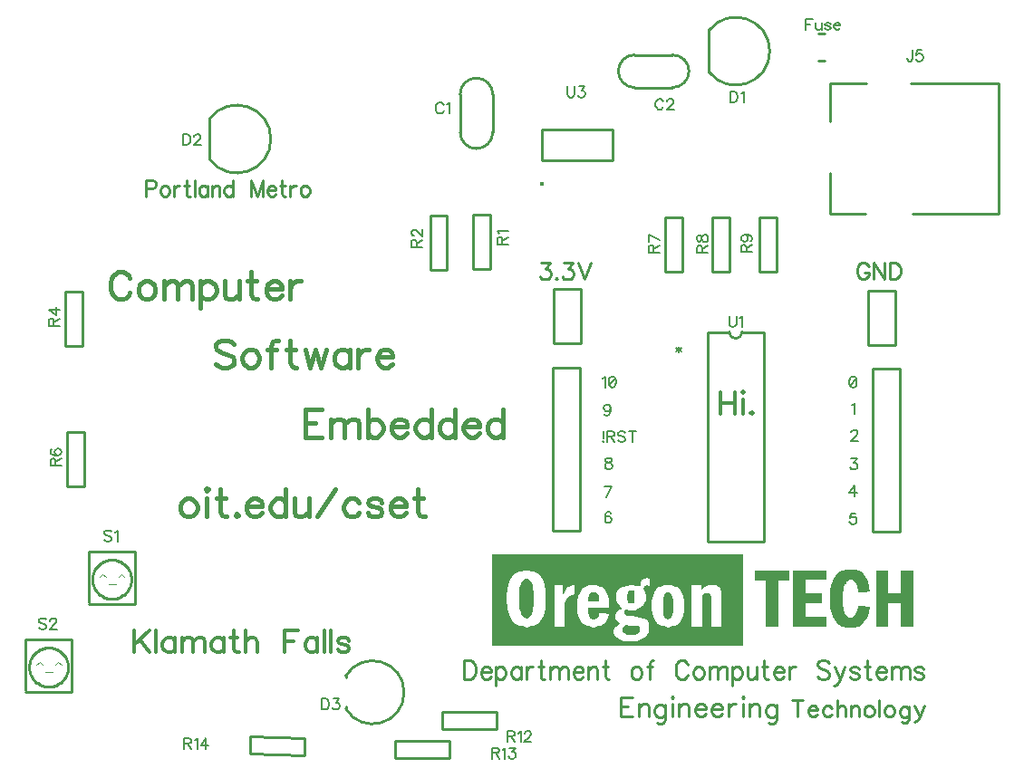
<source format=gbr>
G04 DipTrace 3.0.0.2*
G04 TopSilk.gbr*
%MOMM*%
G04 #@! TF.FileFunction,Legend,Top*
G04 #@! TF.Part,Single*
%ADD10C,0.25*%
%ADD12C,0.076*%
%ADD33O,0.39124X0.39193*%
%ADD86C,0.15686*%
%ADD87C,0.31373*%
%ADD88C,0.23529*%
%ADD89C,0.27451*%
%ADD90C,0.39216*%
%ADD94C,0.11765*%
%FSLAX35Y35*%
G04*
G71*
G90*
G75*
G01*
G04 TopSilk*
%LPD*%
X5565390Y7273721D2*
D10*
Y6918426D1*
X5870190Y7273721D2*
Y6918426D1*
X5565390D2*
G03X5870190Y6918426I152400J-152D01*
G01*
Y7273721D2*
G03X5565390Y7273721I-152400J152D01*
G01*
X7195919Y7337587D2*
X7551214D1*
X7195919Y7642387D2*
X7551214D1*
Y7337587D2*
G03X7551214Y7642387I152J152400D01*
G01*
X7195919D2*
G03X7195919Y7337587I-152J-152400D01*
G01*
X7886913Y7486481D2*
Y7867165D1*
X7887485Y7485719D2*
G03X7887485Y7867927I253481J191104D01*
G01*
X3225940Y6665091D2*
Y7045775D1*
X3226512Y6664329D2*
G03X3226512Y7046537I253481J191104D01*
G01*
X4497040Y1838483D2*
Y1818423D1*
Y1548203D2*
Y1528143D1*
Y1838483D2*
G02X5042040Y1683313I250574J-154597D01*
G01*
X4497040Y1528143D2*
G03X5042040Y1683313I250574J154597D01*
G01*
X6435640Y4943070D2*
X6689640D1*
X6435640Y5451070D2*
Y4943070D1*
Y5451070D2*
X6689640D1*
Y4943070D1*
X9378850Y4927413D2*
X9632850D1*
X9378850Y5435413D2*
Y4927413D1*
Y5435413D2*
X9632850D1*
Y4927413D1*
X9676374Y4710857D2*
X9422370D1*
Y3186996D1*
X9676374D1*
Y4710857D1*
X6687051Y4717277D2*
X6433047D1*
Y3193416D1*
X6687051D1*
Y4717277D1*
X10598782Y6159748D2*
Y7379892D1*
Y6159748D2*
X9788763D1*
X9778703Y7379892D2*
X10598782D1*
X9348705Y6159748D2*
X9018661D1*
Y6539873D1*
Y7019862D2*
Y7379892D1*
X9358764D1*
X5842665Y6150403D2*
Y5643317D1*
X5683915Y5642850D2*
X5842665D1*
X5683915Y6150403D2*
Y5643317D1*
Y6150870D2*
X5842665D1*
X5444438Y6139453D2*
Y5632367D1*
X5285688Y5631900D2*
X5444438D1*
X5285688Y6139453D2*
Y5632367D1*
Y6139920D2*
X5444438D1*
X1873785Y4917331D2*
Y5424416D1*
X2032535Y5424883D2*
X1873785D1*
X2032535Y4917331D2*
Y5424416D1*
Y4916863D2*
X1873785D1*
X1893198Y3609834D2*
Y4116919D1*
X2051948Y4117387D2*
X1893198D1*
X2051948Y3609834D2*
Y4116919D1*
Y3609367D2*
X1893198D1*
X7642715Y6121763D2*
Y5614677D1*
X7483965Y5614210D2*
X7642715D1*
X7483965Y6121763D2*
Y5614677D1*
Y6122230D2*
X7642715D1*
X7922935Y5618504D2*
Y6125589D1*
X8081685Y6126057D2*
X7922935D1*
X8081685Y5618504D2*
Y6125589D1*
Y5618037D2*
X7922935D1*
X8363572Y5616911D2*
Y6123996D1*
X8522322Y6124463D2*
X8363572D1*
X8522322Y5616911D2*
Y6123996D1*
Y5616443D2*
X8363572D1*
X8973357Y7591030D2*
X8913517D1*
X8973357Y7841050D2*
X8913517D1*
X5905629Y1339805D2*
X5398544D1*
X5398077Y1498555D2*
Y1339805D1*
X5905629Y1498555D2*
X5398544D1*
X5906097D2*
Y1339805D1*
X5461176Y1069958D2*
X4954091D1*
X4953623Y1228708D2*
Y1069958D1*
X5461176Y1228708D2*
X4954091D1*
X5461643D2*
Y1069958D1*
X4108982Y1092613D2*
X3602133Y1109276D1*
X3606805Y1267952D2*
X3601666Y1109276D1*
X4114120Y1251271D2*
X3607272Y1267933D1*
X4114587Y1251271D2*
X4109449Y1092595D1*
X2096103Y3001900D2*
Y2525680D1*
Y2509780D2*
X2524743D1*
Y3001900D1*
X2096103D2*
X2524743D1*
X2127863Y2739970D2*
X2128308Y2752704D1*
X2129640Y2765376D1*
X2131853Y2777924D1*
X2134935Y2790288D1*
X2138873Y2802406D1*
X2143646Y2814220D1*
X2149232Y2825672D1*
X2155604Y2836707D1*
X2162729Y2847270D1*
X2170574Y2857311D1*
X2179101Y2866780D1*
X2188267Y2875631D1*
X2198028Y2883821D1*
X2208337Y2891311D1*
X2219143Y2898063D1*
X2230394Y2904045D1*
X2242035Y2909227D1*
X2254009Y2913585D1*
X2266258Y2917097D1*
X2278722Y2919747D1*
X2291341Y2921520D1*
X2304052Y2922409D1*
X2316795D1*
X2329506Y2921520D1*
X2342125Y2919747D1*
X2354589Y2917097D1*
X2366837Y2913585D1*
X2378812Y2909227D1*
X2390452Y2904045D1*
X2401703Y2898063D1*
X2412510Y2891311D1*
X2422818Y2883821D1*
X2432580Y2875631D1*
X2441746Y2866780D1*
X2450272Y2857311D1*
X2458117Y2847270D1*
X2465243Y2836707D1*
X2471614Y2825672D1*
X2477200Y2814220D1*
X2481974Y2802406D1*
X2485911Y2790288D1*
X2488994Y2777924D1*
X2491207Y2765376D1*
X2492539Y2752704D1*
X2492983Y2739970D1*
X2492539Y2727236D1*
X2491207Y2714564D1*
X2488994Y2702016D1*
X2485911Y2689652D1*
X2481974Y2677534D1*
X2477200Y2665720D1*
X2471614Y2654268D1*
X2465243Y2643233D1*
X2458117Y2632670D1*
X2450272Y2622629D1*
X2441746Y2613160D1*
X2432580Y2604309D1*
X2422818Y2596119D1*
X2412510Y2588629D1*
X2401703Y2581877D1*
X2390452Y2575895D1*
X2378812Y2570713D1*
X2366837Y2566355D1*
X2354589Y2562843D1*
X2342125Y2560193D1*
X2329506Y2558420D1*
X2316795Y2557531D1*
X2304052D1*
X2291341Y2558420D1*
X2278722Y2560193D1*
X2266258Y2562843D1*
X2254009Y2566355D1*
X2242035Y2570713D1*
X2230394Y2575895D1*
X2219143Y2581877D1*
X2208337Y2588629D1*
X2198028Y2596119D1*
X2188267Y2604309D1*
X2179101Y2613160D1*
X2170574Y2622629D1*
X2162729Y2632670D1*
X2155604Y2643233D1*
X2149232Y2654268D1*
X2143646Y2665720D1*
X2138873Y2677534D1*
X2134935Y2689652D1*
X2131853Y2702016D1*
X2129640Y2714564D1*
X2128308Y2727236D1*
X2127863Y2739970D1*
X1506787Y2180643D2*
Y1704423D1*
Y1688523D2*
X1935427D1*
Y2180643D1*
X1506787D2*
X1935427D1*
X1538547Y1918713D2*
X1538991Y1931447D1*
X1540323Y1944119D1*
X1542536Y1956668D1*
X1545619Y1969031D1*
X1549556Y1981149D1*
X1554330Y1992963D1*
X1559916Y2004415D1*
X1566287Y2015450D1*
X1573413Y2026014D1*
X1581258Y2036054D1*
X1589784Y2045523D1*
X1598950Y2054374D1*
X1608712Y2062565D1*
X1619020Y2070054D1*
X1629827Y2076806D1*
X1641078Y2082788D1*
X1652718Y2087971D1*
X1664693Y2092329D1*
X1676941Y2095841D1*
X1689405Y2098490D1*
X1702024Y2100263D1*
X1714735Y2101152D1*
X1727478D1*
X1740189Y2100263D1*
X1752808Y2098490D1*
X1765272Y2095841D1*
X1777521Y2092329D1*
X1789495Y2087971D1*
X1801136Y2082788D1*
X1812387Y2076806D1*
X1823193Y2070054D1*
X1833502Y2062565D1*
X1843263Y2054374D1*
X1852429Y2045523D1*
X1860956Y2036054D1*
X1868801Y2026014D1*
X1875926Y2015450D1*
X1882298Y2004415D1*
X1887884Y1992963D1*
X1892657Y1981149D1*
X1896595Y1969031D1*
X1899677Y1956668D1*
X1901890Y1944119D1*
X1903222Y1931447D1*
X1903667Y1918713D1*
X1903222Y1905979D1*
X1901890Y1893307D1*
X1899677Y1880759D1*
X1896595Y1868396D1*
X1892657Y1856278D1*
X1887884Y1844464D1*
X1882298Y1833011D1*
X1875926Y1821977D1*
X1868801Y1811413D1*
X1860956Y1801372D1*
X1852429Y1791903D1*
X1843263Y1783052D1*
X1833502Y1774862D1*
X1823193Y1767373D1*
X1812387Y1760620D1*
X1801136Y1754638D1*
X1789495Y1749456D1*
X1777521Y1745098D1*
X1765272Y1741586D1*
X1752808Y1738937D1*
X1740189Y1737163D1*
X1727478Y1736275D1*
X1714735D1*
X1702024Y1737163D1*
X1689405Y1738937D1*
X1676941Y1741586D1*
X1664693Y1745098D1*
X1652718Y1749456D1*
X1641078Y1754638D1*
X1629827Y1760620D1*
X1619020Y1767373D1*
X1608712Y1774862D1*
X1598950Y1783052D1*
X1589784Y1791903D1*
X1581258Y1801372D1*
X1573413Y1811413D1*
X1566287Y1821977D1*
X1559916Y1833011D1*
X1554330Y1844464D1*
X1549556Y1856278D1*
X1545619Y1868396D1*
X1542536Y1880759D1*
X1540323Y1893307D1*
X1538991Y1905979D1*
X1538547Y1918713D1*
X8399955Y5051760D2*
Y3091760D1*
X7879932D2*
X8399955D1*
X7879932Y5051760D2*
Y3091760D1*
Y5051760D2*
X8079934D1*
X8399955D2*
X8199953D1*
X8079934D2*
G03X8199953Y5051760I60010J34D01*
G01*
D33*
X6331227Y6434116D3*
X6328587Y6660811D2*
D10*
X6988555D1*
X6328587Y6940809D2*
X6988555D1*
Y6660811D2*
Y6940809D1*
X6328587Y6660811D2*
Y6940809D1*
X5865507Y2977330D2*
D12*
X8198707D1*
X5865507Y2969730D2*
X8198707D1*
X5865507Y2962130D2*
X8198707D1*
X5865507Y2954530D2*
X8198707D1*
X5865507Y2946930D2*
X8198707D1*
X5865507Y2939330D2*
X8198707D1*
X5865507Y2931730D2*
X8198707D1*
X5865507Y2924130D2*
X8198707D1*
X5865507Y2916530D2*
X8198707D1*
X5865507Y2908930D2*
X8198707D1*
X5865507Y2901330D2*
X8198707D1*
X5865507Y2893730D2*
X8198707D1*
X5865507Y2886130D2*
X8198707D1*
X5865507Y2878530D2*
X8198707D1*
X5865507Y2870930D2*
X8198707D1*
X5865507Y2863330D2*
X8198707D1*
X5865507Y2855730D2*
X8198707D1*
X5865507Y2848130D2*
X8198707D1*
X5865507Y2840530D2*
X8198707D1*
X5865507Y2832930D2*
X6157903D1*
X6201243D2*
X8198707D1*
X9163907D2*
X9262707D1*
X5865507Y2825330D2*
X6128488D1*
X6233218D2*
X8198707D1*
X8320307D2*
X8631907D1*
X8677507D2*
X8981507D1*
X9142894D2*
X9278498D1*
X9452707D2*
X9559107D1*
X9680707D2*
X9794707D1*
X5865507Y2817730D2*
X6105803D1*
X6256451D2*
X8198707D1*
X8320307D2*
X8631907D1*
X8677507D2*
X8981507D1*
X9125510D2*
X9292347D1*
X9452707D2*
X9559107D1*
X9680707D2*
X9794707D1*
X5865507Y2810130D2*
X6088783D1*
X6273136D2*
X8198707D1*
X8320307D2*
X8631907D1*
X8677507D2*
X8981507D1*
X9111334D2*
X9304124D1*
X9452707D2*
X9559107D1*
X9680707D2*
X9794707D1*
X5865507Y2802530D2*
X6075686D1*
X6285359D2*
X8198707D1*
X8320307D2*
X8631907D1*
X8677507D2*
X8981507D1*
X9099601D2*
X9314035D1*
X9452707D2*
X9559107D1*
X9680707D2*
X9794707D1*
X5865507Y2794930D2*
X6065294D1*
X6294789D2*
X8198707D1*
X8320307D2*
X8631907D1*
X8677507D2*
X8981507D1*
X9090012D2*
X9322708D1*
X9452707D2*
X9559107D1*
X9680707D2*
X9794707D1*
X5865507Y2787330D2*
X6056671D1*
X6303230D2*
X8198707D1*
X8320307D2*
X8631907D1*
X8677507D2*
X8981507D1*
X9082313D2*
X9330514D1*
X9452707D2*
X9559107D1*
X9680707D2*
X9794707D1*
X5865507Y2779730D2*
X6049501D1*
X6310971D2*
X8198707D1*
X8320307D2*
X8631907D1*
X8677507D2*
X8981507D1*
X9076106D2*
X9337304D1*
X9452707D2*
X9559107D1*
X9680707D2*
X9794707D1*
X5865507Y2772130D2*
X6043541D1*
X6317276D2*
X8198707D1*
X8320307D2*
X8631907D1*
X8677507D2*
X8981507D1*
X9070542D2*
X9342857D1*
X9452707D2*
X9559107D1*
X9680707D2*
X9794707D1*
X5865507Y2764530D2*
X6038109D1*
X6322178D2*
X8198707D1*
X8320307D2*
X8631907D1*
X8677507D2*
X8981507D1*
X9065198D2*
X9347297D1*
X9452707D2*
X9559107D1*
X9680707D2*
X9794707D1*
X5865507Y2756930D2*
X6033043D1*
X6326116D2*
X7289724D1*
X7317107D2*
D3*
X7330813D2*
X8198707D1*
X8320307D2*
X8631907D1*
X8677507D2*
X8981507D1*
X9060396D2*
X9350792D1*
X9452707D2*
X9559107D1*
X9680707D2*
X9794707D1*
X5865507Y2749330D2*
X6028956D1*
X6330005D2*
X7273501D1*
X7335258D2*
X8198707D1*
X8320307D2*
X8631907D1*
X8677507D2*
X8981507D1*
X9056294D2*
X9353891D1*
X9452707D2*
X9559107D1*
X9680707D2*
X9794707D1*
X5865507Y2741730D2*
X6025741D1*
X6169507D2*
X6192307D1*
X6334629D2*
X7261809D1*
X7337803D2*
X8198707D1*
X8320307D2*
X8631907D1*
X8677507D2*
X8981507D1*
X9052969D2*
X9357599D1*
X9452707D2*
X9559107D1*
X9680707D2*
X9794707D1*
X5865507Y2734130D2*
X6022784D1*
X6158688D2*
X6203385D1*
X6339209D2*
X7253857D1*
X7339037D2*
X8198707D1*
X8320307D2*
X8631907D1*
X8677507D2*
X8783907D1*
X9050190D2*
X9188519D1*
X9237209D2*
X9361770D1*
X9452707D2*
X9559107D1*
X9680707D2*
X9794707D1*
X5865507Y2726530D2*
X6020083D1*
X6149909D2*
X6212871D1*
X6342995D2*
X7248404D1*
X7339571D2*
X8198707D1*
X8419107D2*
X8533107D1*
X8677507D2*
X8783907D1*
X9047440D2*
X9177743D1*
X9247102D2*
X9365236D1*
X9452707D2*
X9559107D1*
X9680707D2*
X9794707D1*
X5865507Y2718930D2*
X6017565D1*
X6143323D2*
X6220340D1*
X6346287D2*
X7244790D1*
X7339784D2*
X8198707D1*
X8419107D2*
X8533107D1*
X8677507D2*
X8783907D1*
X9044799D2*
X9169451D1*
X9254311D2*
X9367594D1*
X9452707D2*
X9559107D1*
X9680707D2*
X9794707D1*
X5865507Y2711330D2*
X6014700D1*
X6138418D2*
X6225611D1*
X6348933D2*
X7242769D1*
X7339864D2*
X8198707D1*
X8419107D2*
X8533107D1*
X8677507D2*
X8783907D1*
X9042078D2*
X9166318D1*
X9259965D2*
X9369612D1*
X9452707D2*
X9559107D1*
X9680707D2*
X9794707D1*
X5865507Y2703730D2*
X6011434D1*
X6134763D2*
X6229344D1*
X6350800D2*
X7241793D1*
X7339892D2*
X8198707D1*
X8419107D2*
X8533107D1*
X8677507D2*
X8783907D1*
X9038524D2*
X9148707D1*
X9265147D2*
X9371896D1*
X9452707D2*
X9559107D1*
X9680707D2*
X9794707D1*
X5865507Y2696130D2*
X6008146D1*
X6131859D2*
X6232480D1*
X6352578D2*
X7156490D1*
X7165107D2*
X7241355D1*
X7339902D2*
X8198707D1*
X8419107D2*
X8533107D1*
X8677507D2*
X8783907D1*
X9034411D2*
X9147532D1*
X9270045D2*
X9374031D1*
X9452707D2*
X9559107D1*
X9680707D2*
X9794707D1*
X5865507Y2688530D2*
X6005438D1*
X6129064D2*
X6234991D1*
X6354759D2*
X6435507D1*
X6526707D2*
X6591668D1*
X6633107D2*
X6748311D1*
X6857234D2*
X7118186D1*
X7218307D2*
X7241107D1*
X7309507D2*
D3*
X7339907D2*
X7449005D1*
X7557609D2*
X7719907D1*
X7818707D2*
X7865800D1*
X7963366D2*
X8198707D1*
X8419107D2*
X8533107D1*
X8677507D2*
X8783907D1*
X9030996D2*
X9145648D1*
X9273801D2*
X9375428D1*
X9452707D2*
X9559107D1*
X9680707D2*
X9794707D1*
X5865507Y2680930D2*
X6003770D1*
X6126436D2*
X6236539D1*
X6356854D2*
X6435507D1*
X6526707D2*
X6577063D1*
X6633107D2*
X6735292D1*
X6872814D2*
X7090410D1*
X7298718D2*
X7431541D1*
X7575072D2*
X7712307D1*
X7818707D2*
X7853756D1*
X7971673D2*
X8198707D1*
X8419107D2*
X8533107D1*
X8677507D2*
X8783907D1*
X9028912D2*
X9143680D1*
X9276022D2*
X9376158D1*
X9452707D2*
X9559107D1*
X9680707D2*
X9794707D1*
X5865507Y2673330D2*
X6002896D1*
X6123977D2*
X6237326D1*
X6358236D2*
X6435507D1*
X6526707D2*
X6566370D1*
X6633107D2*
X6723325D1*
X6885358D2*
X7070922D1*
X7290206D2*
X7417058D1*
X7589555D2*
X7715815D1*
X7818707D2*
X7843610D1*
X7980097D2*
X8198707D1*
X8419107D2*
X8533107D1*
X8677507D2*
X8783907D1*
X9027836D2*
X9142349D1*
X9277150D2*
X9376519D1*
X9452707D2*
X9559107D1*
X9680707D2*
X9794707D1*
X5865507Y2665730D2*
X6002253D1*
X6121390D2*
X6237678D1*
X6358961D2*
X6435507D1*
X6526707D2*
X6557900D1*
X6633107D2*
X6712572D1*
X6896045D2*
X7056757D1*
X7283627D2*
X7405308D1*
X7601305D2*
X7717998D1*
X7818707D2*
X7834774D1*
X7987529D2*
X8198707D1*
X8419107D2*
X8533107D1*
X8677507D2*
X8783907D1*
X9027106D2*
X9141613D1*
X9277898D2*
X9376922D1*
X9452707D2*
X9559107D1*
X9680707D2*
X9794707D1*
X5865507Y2658130D2*
X6001131D1*
X6119097D2*
X6237852D1*
X6359290D2*
X6435507D1*
X6526707D2*
X6550937D1*
X6633107D2*
X6703379D1*
X6905302D2*
X7045940D1*
X7281612D2*
X7396283D1*
X7610330D2*
X7719102D1*
X7818707D2*
X7826621D1*
X7993270D2*
X8198707D1*
X8419107D2*
X8533107D1*
X8677507D2*
X8783907D1*
X9025951D2*
X9141023D1*
X9279060D2*
X9377949D1*
X9452707D2*
X9559107D1*
X9680707D2*
X9794707D1*
X5865507Y2650530D2*
X5999253D1*
X6117631D2*
X6238173D1*
X6359455D2*
X6435507D1*
X6526707D2*
X6545351D1*
X6633107D2*
X6695860D1*
X6913412D2*
X7037187D1*
X7280796D2*
X7389403D1*
X7617210D2*
X7719592D1*
X7818707D2*
D3*
X7997431D2*
X8198707D1*
X8419107D2*
X8533107D1*
X8677507D2*
X8783907D1*
X9024060D2*
X9139921D1*
X9280954D2*
X9379852D1*
X9452707D2*
X9559107D1*
X9680707D2*
X9794707D1*
X5865507Y2642930D2*
X5997283D1*
X6116872D2*
X6239162D1*
X6359775D2*
X6435507D1*
X6526707D2*
X6540910D1*
X6633107D2*
X6689945D1*
X6920125D2*
X7030227D1*
X7283650D2*
X7383567D1*
X7623047D2*
X7719790D1*
X8000583D2*
X8198707D1*
X8419107D2*
X8533107D1*
X8677507D2*
X8783907D1*
X9022086D2*
X9138050D1*
X9282948D2*
X9382121D1*
X9452707D2*
X9559107D1*
X9680707D2*
X9794707D1*
X5865507Y2635330D2*
X5995951D1*
X6116530D2*
X6240989D1*
X6360762D2*
X6435507D1*
X6526707D2*
X6537425D1*
X6633107D2*
X6685130D1*
X6925075D2*
X7025216D1*
X7142307D2*
X7180307D1*
X7287607D2*
X7378338D1*
X7628276D2*
X7719866D1*
X8003454D2*
X8198707D1*
X8419107D2*
X8533107D1*
X8677507D2*
X8783907D1*
X9020751D2*
X9136082D1*
X9284398D2*
X9384307D1*
X9452707D2*
X9559107D1*
X9680707D2*
X9794707D1*
X5865507Y2627730D2*
X5995243D1*
X6116390D2*
X6242940D1*
X6362589D2*
X6435507D1*
X6526707D2*
X6534383D1*
X6633107D2*
X6680912D1*
X6928929D2*
X7021598D1*
X7137624D2*
X7182905D1*
X7291800D2*
X7374190D1*
X7632423D2*
X7719893D1*
X8005856D2*
X8198707D1*
X8419107D2*
X8533107D1*
X8677507D2*
X8783907D1*
X9020044D2*
X9134750D1*
X9285507D2*
X9331107D1*
X9452707D2*
X9559107D1*
X9680707D2*
X9794707D1*
X5865507Y2620130D2*
X5994920D1*
X6116336D2*
X6244266D1*
X6364540D2*
X6435507D1*
X6526707D2*
X6530821D1*
X6633107D2*
X6677179D1*
X6785107D2*
X6830707D1*
X6932976D2*
X7018508D1*
X7133557D2*
X7185167D1*
X7295629D2*
X7370953D1*
X7491907D2*
X7514707D1*
X7635660D2*
X7719902D1*
X8007362D2*
X8198707D1*
X8419107D2*
X8533107D1*
X8677507D2*
X8783907D1*
X9019720D2*
X9134043D1*
X9452707D2*
X9559107D1*
X9680707D2*
X9794707D1*
X5865507Y2612530D2*
X5994787D1*
X6116317D2*
X6244971D1*
X6365866D2*
X6435507D1*
X6526707D2*
D3*
X6633107D2*
X6674008D1*
X6780424D2*
X6836564D1*
X6937317D2*
X7016013D1*
X7130485D2*
X7186607D1*
X7298597D2*
X7368017D1*
X7484626D2*
X7522013D1*
X7638626D2*
X7719905D1*
X7849107D2*
X7887107D1*
X8008135D2*
X8198707D1*
X8419107D2*
X8533107D1*
X8677507D2*
X8935907D1*
X9019587D2*
X9133720D1*
X9452707D2*
X9794707D1*
X5865507Y2604930D2*
X5994735D1*
X6116310D2*
X6245294D1*
X6366571D2*
X6435507D1*
X6633107D2*
X6671042D1*
X6776327D2*
X6842515D1*
X6941074D2*
X7014471D1*
X7128664D2*
X7187352D1*
X7300375D2*
X7365552D1*
X7478297D2*
X7527382D1*
X7641329D2*
X7719906D1*
X7841826D2*
X7890879D1*
X8008481D2*
X8198707D1*
X8419107D2*
X8533107D1*
X8677507D2*
X8935907D1*
X9019535D2*
X9133587D1*
X9452707D2*
X9794707D1*
X5865507Y2597330D2*
X5994716D1*
X6116308D2*
X6245427D1*
X6366894D2*
X6435507D1*
X6633107D2*
X6667386D1*
X6772988D2*
X6847555D1*
X6944153D2*
X7013686D1*
X7127759D2*
X7187687D1*
X7301263D2*
X7363764D1*
X7473754D2*
X7531680D1*
X7643818D2*
X7719907D1*
X7835497D2*
X7895026D1*
X8008623D2*
X8198707D1*
X8419107D2*
X8533107D1*
X8677507D2*
X8935907D1*
X9019516D2*
X9133535D1*
X9452707D2*
X9794707D1*
X5865507Y2589730D2*
X5994710D1*
X6116307D2*
X6245478D1*
X6367027D2*
X6435507D1*
X6610299D2*
X6663233D1*
X6770198D2*
X6850707D1*
X6947029D2*
X7013335D1*
X7127361D2*
X7187825D1*
X7301655D2*
X7361987D1*
X7470922D2*
X7535577D1*
X7646446D2*
X7719907D1*
X7830984D2*
X7898434D1*
X8008677D2*
X8198707D1*
X8419107D2*
X8533107D1*
X8677507D2*
X8935907D1*
X9019510D2*
X9133516D1*
X9452707D2*
X9794707D1*
X5865507Y2582130D2*
X5994708D1*
X6116307D2*
X6245497D1*
X6367078D2*
X6435507D1*
X6592114D2*
X6659804D1*
X6767473D2*
X6852318D1*
X6949443D2*
X7013191D1*
X7127201D2*
X7187878D1*
X7301814D2*
X7359551D1*
X7468713D2*
X7539119D1*
X7649011D2*
X7719907D1*
X7828418D2*
X7900510D1*
X8008696D2*
X8198707D1*
X8419107D2*
X8533107D1*
X8677507D2*
X8935907D1*
X9019508D2*
X9133510D1*
X9452707D2*
X9794707D1*
X5865507Y2574530D2*
X5994707D1*
X6116307D2*
X6245503D1*
X6367097D2*
X6435507D1*
X6578395D2*
X6657685D1*
X6765127D2*
X6853039D1*
X6950957D2*
X7013166D1*
X7127140D2*
X7187897D1*
X7301874D2*
X7356491D1*
X7466357D2*
X7541923D1*
X7651448D2*
X7719907D1*
X7827178D2*
X7901551D1*
X8008703D2*
X8198707D1*
X8419107D2*
X8533107D1*
X8677507D2*
X8935907D1*
X9019507D2*
X9133508D1*
X9452707D2*
X9794707D1*
X5865507Y2566930D2*
X5994707D1*
X6116307D2*
X6245506D1*
X6367103D2*
X6435507D1*
X6568503D2*
X6656369D1*
X6763641D2*
X6853333D1*
X6951732D2*
X7013414D1*
X7127148D2*
X7187903D1*
X7301895D2*
X7353291D1*
X7464195D2*
X7543625D1*
X7654027D2*
X7719907D1*
X7826643D2*
X7902012D1*
X8008706D2*
X8198707D1*
X8419107D2*
X8533107D1*
X8677507D2*
X8935907D1*
X9019507D2*
X9133507D1*
X9452707D2*
X9794707D1*
X5865507Y2559330D2*
X5994707D1*
X6116307D2*
X6245506D1*
X6367106D2*
X6435507D1*
X6561490D2*
X6654938D1*
X6762874D2*
X6853445D1*
X6952080D2*
X7014376D1*
X7127407D2*
X7187906D1*
X7301873D2*
X7350618D1*
X7462790D2*
X7544482D1*
X7656317D2*
X7719907D1*
X7826430D2*
X7902198D1*
X8008706D2*
X8198707D1*
X8419107D2*
X8533107D1*
X8677507D2*
X8935907D1*
X9019507D2*
X9133507D1*
X9452707D2*
X9794707D1*
X5865507Y2551730D2*
X5994707D1*
X6116307D2*
X6245507D1*
X6367106D2*
X6435507D1*
X6556214D2*
X6652931D1*
X6762516D2*
X6853486D1*
X6952222D2*
X7016223D1*
X7128403D2*
X7187877D1*
X7301579D2*
X7348963D1*
X7462057D2*
X7544862D1*
X7657783D2*
X7719907D1*
X7826350D2*
X7902268D1*
X8008707D2*
X8198707D1*
X8419107D2*
X8533107D1*
X8677507D2*
X8935907D1*
X9019507D2*
X9133507D1*
X9452707D2*
X9794707D1*
X5865507Y2544130D2*
X5994707D1*
X6116307D2*
X6245507D1*
X6367107D2*
X6435507D1*
X6551815D2*
X6650911D1*
X6762307D2*
X6853507D1*
X6952306D2*
X7018438D1*
X7130513D2*
X7187587D1*
X7300344D2*
X7348123D1*
X7461725D2*
X7545016D1*
X7658542D2*
X7719907D1*
X7826321D2*
X7902294D1*
X8008707D2*
X8198707D1*
X8419107D2*
X8533107D1*
X8677507D2*
X8935907D1*
X9019507D2*
X9133507D1*
X9452707D2*
X9794707D1*
X5865507Y2536530D2*
X5994707D1*
X6116307D2*
X6245507D1*
X6367107D2*
X6435507D1*
X6548045D2*
X6649560D1*
X6952593D2*
X7020762D1*
X7133655D2*
X7186413D1*
X7297526D2*
X7347749D1*
X7461588D2*
X7545075D1*
X7658883D2*
X7719907D1*
X7826312D2*
X7902302D1*
X8008707D2*
X8198707D1*
X8419107D2*
X8533107D1*
X8677507D2*
X8935907D1*
X9019507D2*
X9133507D1*
X9452707D2*
X9794707D1*
X5865507Y2528930D2*
X5994707D1*
X6116307D2*
X6245507D1*
X6367077D2*
X6435507D1*
X6545147D2*
X6648847D1*
X6953569D2*
X7023583D1*
X7137694D2*
X7183815D1*
X7293490D2*
X7347596D1*
X7461536D2*
X7545096D1*
X7659023D2*
X7719907D1*
X7826308D2*
X7902305D1*
X8008707D2*
X8198707D1*
X8419107D2*
X8533107D1*
X8677507D2*
X8935907D1*
X9019507D2*
X9133507D1*
X9452707D2*
X9794707D1*
X5865507Y2521330D2*
X5994707D1*
X6116307D2*
X6245477D1*
X6366810D2*
X6435507D1*
X6543408D2*
X6648521D1*
X6955391D2*
X7027120D1*
X7142307D2*
X7180307D1*
X7289218D2*
X7347538D1*
X7461517D2*
X7545103D1*
X7659077D2*
X7719907D1*
X7826307D2*
X7902306D1*
X8008707D2*
X8198707D1*
X8419107D2*
X8533107D1*
X8677507D2*
X8783907D1*
X9019507D2*
X9133507D1*
X9452707D2*
X9794707D1*
X5865507Y2513730D2*
X5994736D1*
X6116307D2*
X6245210D1*
X6365841D2*
X6435507D1*
X6542538D2*
X6648387D1*
X6957341D2*
X7031694D1*
X7285041D2*
X7347518D1*
X7461510D2*
X7545105D1*
X7659097D2*
X7719907D1*
X7826307D2*
X7902307D1*
X8008707D2*
X8198707D1*
X8419107D2*
X8533107D1*
X8677507D2*
X8783907D1*
X9019507D2*
X9133507D1*
X9452707D2*
X9559107D1*
X9680707D2*
X9794707D1*
X5865507Y2506130D2*
X5995004D1*
X6116307D2*
X6244241D1*
X6364021D2*
X6435507D1*
X6542154D2*
X6648335D1*
X6958666D2*
X7037722D1*
X7280532D2*
X7347510D1*
X7461508D2*
X7545106D1*
X7659103D2*
X7719907D1*
X7826307D2*
X7902307D1*
X8008707D2*
X8198707D1*
X8419107D2*
X8533107D1*
X8677507D2*
X8783907D1*
X9019536D2*
X9133536D1*
X9452707D2*
X9559107D1*
X9680707D2*
X9794707D1*
X5865507Y2498530D2*
X5995972D1*
X6116336D2*
X6242421D1*
X6362072D2*
X6435507D1*
X6541998D2*
X6648317D1*
X6959371D2*
X7045094D1*
X7274667D2*
X7347508D1*
X7461507D2*
X7545107D1*
X7659106D2*
X7719907D1*
X7826307D2*
X7902307D1*
X8008707D2*
X8198707D1*
X8419107D2*
X8533107D1*
X8677507D2*
X8783907D1*
X9019804D2*
X9133804D1*
X9452707D2*
X9559107D1*
X9680707D2*
X9794707D1*
X5865507Y2490930D2*
X5997792D1*
X6116604D2*
X6240472D1*
X6360747D2*
X6435507D1*
X6541939D2*
X6648310D1*
X6959694D2*
X7052857D1*
X7266597D2*
X7347507D1*
X7461507D2*
X7545107D1*
X7659106D2*
X7719907D1*
X7826307D2*
X7902307D1*
X8008707D2*
X8198707D1*
X8419107D2*
X8533107D1*
X8677507D2*
X8783907D1*
X9020772D2*
X9134772D1*
X9285507D2*
X9315907D1*
X9452707D2*
X9559107D1*
X9680707D2*
X9794707D1*
X5865507Y2483330D2*
X5999741D1*
X6117572D2*
X6239147D1*
X6360042D2*
X6435507D1*
X6541918D2*
X6648308D1*
X6959832D2*
X7059206D1*
X7256343D2*
X7347507D1*
X7461507D2*
X7545107D1*
X7659107D2*
X7719907D1*
X7826307D2*
X7902307D1*
X8008707D2*
X8198707D1*
X8419107D2*
X8533107D1*
X8677507D2*
X8783907D1*
X9022592D2*
X9136592D1*
X9282909D2*
X9384307D1*
X9452707D2*
X9559107D1*
X9680707D2*
X9794707D1*
X5865507Y2475730D2*
X6001066D1*
X6119422D2*
X6238442D1*
X6359720D2*
X6435507D1*
X6541910D2*
X6648307D1*
X6762307D2*
X7063324D1*
X7243556D2*
X7347507D1*
X7461507D2*
X7545107D1*
X7659107D2*
X7719907D1*
X7826307D2*
X7902307D1*
X8008707D2*
X8198707D1*
X8419107D2*
X8533107D1*
X8677507D2*
X8783907D1*
X9024541D2*
X9138541D1*
X9280646D2*
X9384017D1*
X9452707D2*
X9559107D1*
X9680707D2*
X9794707D1*
X5865507Y2468130D2*
X6001801D1*
X6121638D2*
X6238120D1*
X6359557D2*
X6435507D1*
X6541908D2*
X6648307D1*
X6762307D2*
X7043507D1*
X7227911D2*
X7347507D1*
X7461507D2*
X7545107D1*
X7659107D2*
X7719907D1*
X7826307D2*
X7902307D1*
X8008707D2*
X8198707D1*
X8419107D2*
X8533107D1*
X8677507D2*
X8783907D1*
X9025866D2*
X9139896D1*
X9279176D2*
X9383043D1*
X9452707D2*
X9559107D1*
X9680707D2*
X9794707D1*
X5865507Y2460530D2*
X6002390D1*
X6123932D2*
X6237957D1*
X6359238D2*
X6435507D1*
X6541907D2*
X6648336D1*
X6762307D2*
X7038530D1*
X7111907D2*
X7127107D1*
X7210707D2*
X7347536D1*
X7461507D2*
X7545107D1*
X7659107D2*
X7719907D1*
X7826307D2*
X7902307D1*
X8008707D2*
X8198707D1*
X8419107D2*
X8533107D1*
X8677507D2*
X8783907D1*
X9026601D2*
X9140868D1*
X9278135D2*
X9381221D1*
X9452707D2*
X9559107D1*
X9680707D2*
X9794707D1*
X5865507Y2452930D2*
X6003522D1*
X6126457D2*
X6237638D1*
X6358251D2*
X6435507D1*
X6541907D2*
X6648604D1*
X6762307D2*
X7032232D1*
X7105800D2*
X7347804D1*
X7461507D2*
X7545107D1*
X7659077D2*
X7719907D1*
X7826307D2*
X7902307D1*
X8008707D2*
X8198707D1*
X8419107D2*
X8533107D1*
X8677507D2*
X8783907D1*
X9027220D2*
X9142159D1*
X9276564D2*
X9379273D1*
X9452707D2*
X9559107D1*
X9680707D2*
X9794707D1*
X5865507Y2445330D2*
X6005661D1*
X6128757D2*
X6236621D1*
X6356424D2*
X6435507D1*
X6541907D2*
X6649572D1*
X6762307D2*
X7025858D1*
X7101385D2*
X7348772D1*
X7461536D2*
X7545107D1*
X7658810D2*
X7719907D1*
X7826307D2*
X7902307D1*
X8008707D2*
X8198707D1*
X8419107D2*
X8533107D1*
X8677507D2*
X8783907D1*
X9028589D2*
X9144142D1*
X9273637D2*
X9377917D1*
X9452707D2*
X9559107D1*
X9680707D2*
X9794707D1*
X5865507Y2437730D2*
X6008597D1*
X6130483D2*
X6234527D1*
X6354444D2*
X6435507D1*
X6541907D2*
X6651392D1*
X6762336D2*
X7020364D1*
X7098416D2*
X7350622D1*
X7461804D2*
X7545077D1*
X7657841D2*
X7719907D1*
X7826307D2*
X7902307D1*
X8008707D2*
X8198707D1*
X8419107D2*
X8533107D1*
X8677507D2*
X8783907D1*
X9031429D2*
X9146439D1*
X9269786D2*
X9376945D1*
X9452707D2*
X9559107D1*
X9680707D2*
X9794707D1*
X5865507Y2430130D2*
X6011778D1*
X6132238D2*
X6231578D1*
X6352850D2*
X6435507D1*
X6541907D2*
X6653371D1*
X6762604D2*
X6859932D1*
X6899107D2*
X7015698D1*
X7098450D2*
X7352838D1*
X7462772D2*
X7544810D1*
X7655991D2*
X7719907D1*
X7826307D2*
X7902307D1*
X8008707D2*
X8198707D1*
X8419107D2*
X8533107D1*
X8677507D2*
X8783907D1*
X9035246D2*
X9149049D1*
X9266196D2*
X9375654D1*
X9452707D2*
X9559107D1*
X9680707D2*
X9794707D1*
X5865507Y2422530D2*
X6014701D1*
X6134726D2*
X6228105D1*
X6351177D2*
X6435507D1*
X6541907D2*
X6654963D1*
X6763572D2*
X6858018D1*
X6952307D2*
X7011770D1*
X7101874D2*
X7355132D1*
X7464592D2*
X7543812D1*
X7653776D2*
X7719907D1*
X7826307D2*
X7902307D1*
X8008707D2*
X8198707D1*
X8419107D2*
X8533107D1*
X8677507D2*
X8783907D1*
X9038794D2*
X9152875D1*
X9262864D2*
X9373671D1*
X9452707D2*
X9559107D1*
X9680707D2*
X9794707D1*
X5865507Y2414930D2*
X6017318D1*
X6138376D2*
X6223919D1*
X6349004D2*
X6435507D1*
X6541907D2*
X6656666D1*
X6765422D2*
X6855783D1*
X6952277D2*
X7008797D1*
X7110096D2*
X7357657D1*
X7466541D2*
X7541724D1*
X7651482D2*
X7719907D1*
X7826307D2*
X7902307D1*
X8008707D2*
X8198707D1*
X8419107D2*
X8533107D1*
X8677507D2*
X8783907D1*
X9041795D2*
X9158523D1*
X9258460D2*
X9371374D1*
X9452707D2*
X9559107D1*
X9680707D2*
X9794707D1*
X5865507Y2407330D2*
X6020007D1*
X6144104D2*
X6218212D1*
X6346626D2*
X6435507D1*
X6541907D2*
X6659076D1*
X6767667D2*
X6853454D1*
X6952010D2*
X7007027D1*
X7119507D2*
X7359957D1*
X7467926D2*
X7538777D1*
X7648927D2*
X7719907D1*
X7826307D2*
X7902307D1*
X8008707D2*
X8198707D1*
X8419107D2*
X8533107D1*
X8677507D2*
X8783907D1*
X9044673D2*
X9166190D1*
X9251802D2*
X9368794D1*
X9452707D2*
X9559107D1*
X9680707D2*
X9794707D1*
X5865507Y2399730D2*
X6022596D1*
X6152915D2*
X6210461D1*
X6344013D2*
X6435507D1*
X6541907D2*
X6662127D1*
X6770288D2*
X6850571D1*
X6951041D2*
X7006145D1*
X7209924D2*
X7361683D1*
X7469224D2*
X7535305D1*
X7646389D2*
X7719907D1*
X7826307D2*
X7902307D1*
X8008707D2*
X8198707D1*
X8419107D2*
X8533107D1*
X8677507D2*
X8783907D1*
X9047374D2*
X9175886D1*
X9242713D2*
X9365265D1*
X9452707D2*
X9559107D1*
X9680707D2*
X9794707D1*
X5865507Y2392130D2*
X6025072D1*
X6164419D2*
X6201510D1*
X6340471D2*
X6435507D1*
X6541907D2*
X6665353D1*
X6774367D2*
X6846457D1*
X6949191D2*
X7005786D1*
X7246111D2*
X7363438D1*
X7471049D2*
X7531098D1*
X7643961D2*
X7719907D1*
X7826307D2*
X7902307D1*
X8008707D2*
X8198707D1*
X8419107D2*
X8533107D1*
X8677507D2*
X8981507D1*
X9050120D2*
X9186707D1*
X9232307D2*
X9360904D1*
X9452707D2*
X9559107D1*
X9680707D2*
X9794707D1*
X5865507Y2384530D2*
X6027952D1*
X6177107D2*
X6192307D1*
X6336077D2*
X6435507D1*
X6541907D2*
X6668322D1*
X6780891D2*
X6840982D1*
X6946946D2*
X7005925D1*
X7272358D2*
X7365866D1*
X7478069D2*
X7525211D1*
X7641355D2*
X7719907D1*
X7826307D2*
X7902307D1*
X8008707D2*
X8198707D1*
X8419107D2*
X8533107D1*
X8677507D2*
X8981507D1*
X9053714D2*
X9356498D1*
X9452707D2*
X9559107D1*
X9680707D2*
X9794707D1*
X5865507Y2376930D2*
X6031479D1*
X6331431D2*
X6435507D1*
X6541907D2*
X6671212D1*
X6789928D2*
X6829080D1*
X6944385D2*
X7007102D1*
X7290294D2*
X7368953D1*
X7488034D2*
X7516871D1*
X7638769D2*
X7719907D1*
X7826307D2*
X7902307D1*
X8008707D2*
X8198707D1*
X8419107D2*
X8533107D1*
X8677507D2*
X8981507D1*
X9058127D2*
X9352299D1*
X9452707D2*
X9559107D1*
X9680707D2*
X9794707D1*
X5865507Y2369330D2*
X6035764D1*
X6326531D2*
X6435507D1*
X6541907D2*
X6674871D1*
X6800307D2*
X6815507D1*
X6940861D2*
X7009928D1*
X7301898D2*
X7372449D1*
X7499507D2*
X7507107D1*
X7636038D2*
X7719907D1*
X7826307D2*
X7902307D1*
X8008707D2*
X8198707D1*
X8419107D2*
X8533107D1*
X8677507D2*
X8981507D1*
X9062779D2*
X9348039D1*
X9452707D2*
X9559107D1*
X9680707D2*
X9794707D1*
X5865507Y2361730D2*
X6040588D1*
X6321389D2*
X6435507D1*
X6541907D2*
X6679311D1*
X6936473D2*
X7014283D1*
X7309968D2*
X7376387D1*
X7632194D2*
X7719907D1*
X7826307D2*
X7902307D1*
X8008707D2*
X8198707D1*
X8419107D2*
X8533107D1*
X8677507D2*
X8981507D1*
X9067682D2*
X9343166D1*
X9452707D2*
X9559107D1*
X9680707D2*
X9794707D1*
X5865507Y2354130D2*
X6045499D1*
X6316150D2*
X6435507D1*
X6541907D2*
X6684003D1*
X6931801D2*
X7020083D1*
X7316367D2*
X7381098D1*
X7626848D2*
X7719907D1*
X7826307D2*
X7902307D1*
X8008707D2*
X8198707D1*
X8419107D2*
X8533107D1*
X8677507D2*
X8981507D1*
X9072824D2*
X9337240D1*
X9452707D2*
X9559107D1*
X9680707D2*
X9794707D1*
X5865507Y2346530D2*
X6051022D1*
X6310116D2*
X6435507D1*
X6541907D2*
X6689177D1*
X6926604D2*
X7028237D1*
X7321583D2*
X7386735D1*
X7620585D2*
X7719907D1*
X7826307D2*
X7902307D1*
X8008707D2*
X8198707D1*
X8419107D2*
X8533107D1*
X8677507D2*
X8981507D1*
X9078093D2*
X9330517D1*
X9452707D2*
X9559107D1*
X9680707D2*
X9794707D1*
X5865507Y2338930D2*
X6058165D1*
X6302835D2*
X6435507D1*
X6541907D2*
X6695318D1*
X6920256D2*
X7039037D1*
X7325808D2*
X7392797D1*
X7614139D2*
X7719907D1*
X7826307D2*
X7902307D1*
X8008707D2*
X8198707D1*
X8419107D2*
X8533107D1*
X8677507D2*
X8981507D1*
X9084394D2*
X9323501D1*
X9452707D2*
X9559107D1*
X9680707D2*
X9794707D1*
X5865507Y2331330D2*
X6067355D1*
X6294601D2*
X6435507D1*
X6541907D2*
X6702675D1*
X6912436D2*
X7051107D1*
X7328920D2*
X7399430D1*
X7607317D2*
X7719907D1*
X7826307D2*
X7902307D1*
X8008707D2*
X8198707D1*
X8419107D2*
X8533107D1*
X8677507D2*
X8981507D1*
X9092673D2*
X9316459D1*
X9452707D2*
X9559107D1*
X9680707D2*
X9794707D1*
X5865507Y2323730D2*
X6078674D1*
X6284761D2*
X6435507D1*
X6541907D2*
X6711983D1*
X6902979D2*
X7042072D1*
X7330749D2*
X7407893D1*
X7598802D2*
X7719907D1*
X7826307D2*
X7902307D1*
X8008707D2*
X8198707D1*
X8419107D2*
X8533107D1*
X8677507D2*
X8981507D1*
X9102995D2*
X9308503D1*
X9452707D2*
X9559107D1*
X9680707D2*
X9794707D1*
X5865507Y2316130D2*
X6092839D1*
X6271730D2*
X6435507D1*
X6541907D2*
X6724242D1*
X6891440D2*
X7031881D1*
X7111907D2*
X7127107D1*
X7331655D2*
X7419616D1*
X7587336D2*
X7719907D1*
X7826307D2*
X7902307D1*
X8008707D2*
X8198707D1*
X8419107D2*
X8533107D1*
X8677507D2*
X8981507D1*
X9115638D2*
X9297966D1*
X9452707D2*
X9559107D1*
X9680707D2*
X9794707D1*
X5865507Y2308530D2*
X6112074D1*
X6253512D2*
X6435507D1*
X6541907D2*
X6740421D1*
X6875981D2*
X7021460D1*
X7103426D2*
X7218307D1*
X7332053D2*
X7436834D1*
X7571280D2*
X7719907D1*
X7826307D2*
X7902307D1*
X8008707D2*
X8198707D1*
X8419107D2*
X8533107D1*
X8677507D2*
X8981507D1*
X9130715D2*
X9284710D1*
X9452707D2*
X9559107D1*
X9680707D2*
X9794707D1*
X5865507Y2300930D2*
X6138460D1*
X6228692D2*
X6435507D1*
X6541907D2*
X6761274D1*
X6855002D2*
X7012430D1*
X7096202D2*
X7225588D1*
X7332213D2*
X7461865D1*
X7548842D2*
X7719907D1*
X7826307D2*
X7902307D1*
X8008707D2*
X8198707D1*
X8419107D2*
X8533107D1*
X8677507D2*
X8981507D1*
X9147158D2*
X9270116D1*
X9452707D2*
X9559107D1*
X9680707D2*
X9794707D1*
X5865507Y2293330D2*
X6169507D1*
X6199907D2*
X6785107D1*
X6830707D2*
X7005044D1*
X7090204D2*
X7231917D1*
X7332274D2*
X7491907D1*
X7522307D2*
X8198707D1*
X9163907D2*
X9255107D1*
X5865507Y2285730D2*
X6999007D1*
X7085944D2*
X7236400D1*
X7332295D2*
X8198707D1*
X5865507Y2278130D2*
X6994742D1*
X7083545D2*
X7239396D1*
X7332303D2*
X8198707D1*
X5865507Y2270530D2*
X6992314D1*
X7082694D2*
X7239085D1*
X7332276D2*
X8198707D1*
X5865507Y2262930D2*
X6991137D1*
X7082859D2*
X7237742D1*
X7331980D2*
X8198707D1*
X5865507Y2255330D2*
X6990657D1*
X7086692D2*
X7232635D1*
X7330744D2*
X8198707D1*
X5865507Y2247730D2*
X6990721D1*
X7097014D2*
X7223953D1*
X7327926D2*
X8198707D1*
X5865507Y2240130D2*
X6991643D1*
X7111030D2*
X7210884D1*
X7323860D2*
X8198707D1*
X5865507Y2232530D2*
X6993733D1*
X7127107D2*
X7195507D1*
X7319350D2*
X8198707D1*
X5865507Y2224930D2*
X6996938D1*
X7314472D2*
X8198707D1*
X5865507Y2217330D2*
X7001375D1*
X7309082D2*
X8198707D1*
X5865507Y2209730D2*
X7007380D1*
X7302822D2*
X8198707D1*
X5865507Y2202130D2*
X7015090D1*
X7294406D2*
X8198707D1*
X5865507Y2194530D2*
X7024702D1*
X7282943D2*
X8198707D1*
X5865507Y2186930D2*
X7036616D1*
X7268479D2*
X8198707D1*
X5865507Y2179330D2*
X7051603D1*
X7251099D2*
X8198707D1*
X5865507Y2171730D2*
X7069646D1*
X7231403D2*
X8198707D1*
X5865507Y2164130D2*
X8198707D1*
X5865507Y2156530D2*
X8198707D1*
X5865507Y2148930D2*
X8198707D1*
X5865507Y2141330D2*
X8198707D1*
X5865507Y2133730D2*
X8198707D1*
X5865507Y2126130D2*
X8198707D1*
X5865507Y2977330D2*
Y2969730D1*
Y2962130D1*
Y2954530D1*
Y2946930D1*
Y2939330D1*
Y2931730D1*
Y2924130D1*
Y2916530D1*
Y2908930D1*
Y2901330D1*
Y2893730D1*
Y2886130D1*
Y2878530D1*
Y2870930D1*
Y2863330D1*
Y2855730D1*
Y2848130D1*
Y2840530D1*
Y2832930D1*
Y2825330D1*
Y2817730D1*
Y2810130D1*
Y2802530D1*
Y2794930D1*
Y2787330D1*
Y2779730D1*
Y2772130D1*
Y2764530D1*
Y2756930D1*
Y2749330D1*
Y2741730D1*
Y2734130D1*
Y2726530D1*
Y2718930D1*
Y2711330D1*
Y2703730D1*
Y2696130D1*
Y2688530D1*
Y2680930D1*
Y2673330D1*
Y2665730D1*
Y2658130D1*
Y2650530D1*
Y2642930D1*
Y2635330D1*
Y2627730D1*
Y2620130D1*
Y2612530D1*
Y2604930D1*
Y2597330D1*
Y2589730D1*
Y2582130D1*
Y2574530D1*
Y2566930D1*
Y2559330D1*
Y2551730D1*
Y2544130D1*
Y2536530D1*
Y2528930D1*
Y2521330D1*
Y2513730D1*
Y2506130D1*
Y2498530D1*
Y2490930D1*
Y2483330D1*
Y2475730D1*
Y2468130D1*
Y2460530D1*
Y2452930D1*
Y2445330D1*
Y2437730D1*
Y2430130D1*
Y2422530D1*
Y2414930D1*
Y2407330D1*
Y2399730D1*
Y2392130D1*
Y2384530D1*
Y2376930D1*
Y2369330D1*
Y2361730D1*
Y2354130D1*
Y2346530D1*
Y2338930D1*
Y2331330D1*
Y2323730D1*
Y2316130D1*
Y2308530D1*
Y2300930D1*
Y2293330D1*
Y2285730D1*
Y2278130D1*
Y2270530D1*
Y2262930D1*
Y2255330D1*
Y2247730D1*
Y2240130D1*
Y2232530D1*
Y2224930D1*
Y2217330D1*
Y2209730D1*
Y2202130D1*
Y2194530D1*
Y2186930D1*
Y2179330D1*
Y2171730D1*
Y2164130D1*
Y2156530D1*
Y2148930D1*
Y2141330D1*
Y2133730D1*
Y2126130D1*
X8198707Y2977330D2*
Y2969730D1*
Y2962130D1*
Y2954530D1*
Y2946930D1*
Y2939330D1*
Y2931730D1*
Y2924130D1*
Y2916530D1*
Y2908930D1*
Y2901330D1*
Y2893730D1*
Y2886130D1*
Y2878530D1*
Y2870930D1*
Y2863330D1*
Y2855730D1*
Y2848130D1*
Y2840530D1*
Y2832930D1*
Y2825330D1*
Y2817730D1*
Y2810130D1*
Y2802530D1*
Y2794930D1*
Y2787330D1*
Y2779730D1*
Y2772130D1*
Y2764530D1*
Y2756930D1*
Y2749330D1*
Y2741730D1*
Y2734130D1*
Y2726530D1*
Y2718930D1*
Y2711330D1*
Y2703730D1*
Y2696130D1*
Y2688530D1*
Y2680930D1*
Y2673330D1*
Y2665730D1*
Y2658130D1*
Y2650530D1*
Y2642930D1*
Y2635330D1*
Y2627730D1*
Y2620130D1*
Y2612530D1*
Y2604930D1*
Y2597330D1*
Y2589730D1*
Y2582130D1*
Y2574530D1*
Y2566930D1*
Y2559330D1*
Y2551730D1*
Y2544130D1*
Y2536530D1*
Y2528930D1*
Y2521330D1*
Y2513730D1*
Y2506130D1*
Y2498530D1*
Y2490930D1*
Y2483330D1*
Y2475730D1*
Y2468130D1*
Y2460530D1*
Y2452930D1*
Y2445330D1*
Y2437730D1*
Y2430130D1*
Y2422530D1*
Y2414930D1*
Y2407330D1*
Y2399730D1*
Y2392130D1*
Y2384530D1*
Y2376930D1*
Y2369330D1*
Y2361730D1*
Y2354130D1*
Y2346530D1*
Y2338930D1*
Y2331330D1*
Y2323730D1*
Y2316130D1*
Y2308530D1*
Y2300930D1*
Y2293330D1*
Y2285730D1*
Y2278130D1*
Y2270530D1*
Y2262930D1*
Y2255330D1*
Y2247730D1*
Y2240130D1*
Y2232530D1*
Y2224930D1*
Y2217330D1*
Y2209730D1*
Y2202130D1*
Y2194530D1*
Y2186930D1*
Y2179330D1*
Y2171730D1*
Y2164130D1*
Y2156530D1*
Y2148930D1*
Y2141330D1*
Y2133730D1*
Y2126130D1*
X6192307Y2840530D2*
X6157903Y2832930D1*
X6128488Y2825330D1*
X6105803Y2817730D1*
X6088783Y2810130D1*
X6075686Y2802530D1*
X6065294Y2794930D1*
X6056671Y2787330D1*
X6049501Y2779730D1*
X6043541Y2772130D1*
X6038109Y2764530D1*
X6033043Y2756930D1*
X6028956Y2749330D1*
X6025741Y2741730D1*
X6022784Y2734130D1*
X6020083Y2726530D1*
X6017565Y2718930D1*
X6014700Y2711330D1*
X6011434Y2703730D1*
X6008146Y2696130D1*
X6005438Y2688530D1*
X6003770Y2680930D1*
X6002896Y2673330D1*
X6002253Y2665730D1*
X6001131Y2658130D1*
X5999253Y2650530D1*
X5997283Y2642930D1*
X5995951Y2635330D1*
X5995243Y2627730D1*
X5994920Y2620130D1*
X5994787Y2612530D1*
X5994735Y2604930D1*
X5994716Y2597330D1*
X5994710Y2589730D1*
X5994708Y2582130D1*
X5994707Y2574530D1*
Y2566930D1*
Y2559330D1*
Y2551730D1*
Y2544130D1*
Y2536530D1*
Y2528930D1*
Y2521330D1*
X5994736Y2513730D1*
X5995004Y2506130D1*
X5995972Y2498530D1*
X5997792Y2490930D1*
X5999741Y2483330D1*
X6001066Y2475730D1*
X6001801Y2468130D1*
X6002390Y2460530D1*
X6003522Y2452930D1*
X6005661Y2445330D1*
X6008597Y2437730D1*
X6011778Y2430130D1*
X6014701Y2422530D1*
X6017318Y2414930D1*
X6020007Y2407330D1*
X6022596Y2399730D1*
X6025072Y2392130D1*
X6027952Y2384530D1*
X6031479Y2376930D1*
X6035764Y2369330D1*
X6040588Y2361730D1*
X6045499Y2354130D1*
X6051022Y2346530D1*
X6058165Y2338930D1*
X6067355Y2331330D1*
X6078674Y2323730D1*
X6092839Y2316130D1*
X6112074Y2308530D1*
X6138460Y2300930D1*
X6169507Y2293330D1*
X6161907Y2840530D2*
X6201243Y2832930D1*
X6233218Y2825330D1*
X6256451Y2817730D1*
X6273136Y2810130D1*
X6285359Y2802530D1*
X6294789Y2794930D1*
X6303230Y2787330D1*
X6310971Y2779730D1*
X6317276Y2772130D1*
X6322178Y2764530D1*
X6326116Y2756930D1*
X6330005Y2749330D1*
X6334629Y2741730D1*
X6339209Y2734130D1*
X6342995Y2726530D1*
X6346287Y2718930D1*
X6348933Y2711330D1*
X6350800Y2703730D1*
X6352578Y2696130D1*
X6354759Y2688530D1*
X6356854Y2680930D1*
X6358236Y2673330D1*
X6358961Y2665730D1*
X6359290Y2658130D1*
X6359455Y2650530D1*
X6359775Y2642930D1*
X6360762Y2635330D1*
X6362589Y2627730D1*
X6364540Y2620130D1*
X6365866Y2612530D1*
X6366571Y2604930D1*
X6366894Y2597330D1*
X6367027Y2589730D1*
X6367078Y2582130D1*
X6367097Y2574530D1*
X6367103Y2566930D1*
X6367106Y2559330D1*
Y2551730D1*
X6367107Y2544130D1*
Y2536530D1*
X6367077Y2528930D1*
X6366810Y2521330D1*
X6365841Y2513730D1*
X6364021Y2506130D1*
X6362072Y2498530D1*
X6360747Y2490930D1*
X6360042Y2483330D1*
X6359720Y2475730D1*
X6359557Y2468130D1*
X6359238Y2460530D1*
X6358251Y2452930D1*
X6356424Y2445330D1*
X6354444Y2437730D1*
X6352850Y2430130D1*
X6351177Y2422530D1*
X6349004Y2414930D1*
X6346626Y2407330D1*
X6344013Y2399730D1*
X6340471Y2392130D1*
X6336077Y2384530D1*
X6331431Y2376930D1*
X6326531Y2369330D1*
X6321389Y2361730D1*
X6316150Y2354130D1*
X6310116Y2346530D1*
X6302835Y2338930D1*
X6294601Y2331330D1*
X6284761Y2323730D1*
X6271730Y2316130D1*
X6253512Y2308530D1*
X6228692Y2300930D1*
X6199907Y2293330D1*
X9163907Y2832930D2*
X9142894Y2825330D1*
X9125510Y2817730D1*
X9111334Y2810130D1*
X9099601Y2802530D1*
X9090012Y2794930D1*
X9082313Y2787330D1*
X9076106Y2779730D1*
X9070542Y2772130D1*
X9065198Y2764530D1*
X9060396Y2756930D1*
X9056294Y2749330D1*
X9052969Y2741730D1*
X9050190Y2734130D1*
X9047440Y2726530D1*
X9044799Y2718930D1*
X9042078Y2711330D1*
X9038524Y2703730D1*
X9034411Y2696130D1*
X9030996Y2688530D1*
X9028912Y2680930D1*
X9027836Y2673330D1*
X9027106Y2665730D1*
X9025951Y2658130D1*
X9024060Y2650530D1*
X9022086Y2642930D1*
X9020751Y2635330D1*
X9020044Y2627730D1*
X9019720Y2620130D1*
X9019587Y2612530D1*
X9019535Y2604930D1*
X9019516Y2597330D1*
X9019510Y2589730D1*
X9019508Y2582130D1*
X9019507Y2574530D1*
Y2566930D1*
Y2559330D1*
Y2551730D1*
Y2544130D1*
Y2536530D1*
Y2528930D1*
Y2521330D1*
Y2513730D1*
X9019536Y2506130D1*
X9019804Y2498530D1*
X9020772Y2490930D1*
X9022592Y2483330D1*
X9024541Y2475730D1*
X9025866Y2468130D1*
X9026601Y2460530D1*
X9027220Y2452930D1*
X9028589Y2445330D1*
X9031429Y2437730D1*
X9035246Y2430130D1*
X9038794Y2422530D1*
X9041795Y2414930D1*
X9044673Y2407330D1*
X9047374Y2399730D1*
X9050120Y2392130D1*
X9053714Y2384530D1*
X9058127Y2376930D1*
X9062779Y2369330D1*
X9067682Y2361730D1*
X9072824Y2354130D1*
X9078093Y2346530D1*
X9084394Y2338930D1*
X9092673Y2331330D1*
X9102995Y2323730D1*
X9115638Y2316130D1*
X9130715Y2308530D1*
X9147158Y2300930D1*
X9163907Y2293330D1*
X9262707Y2832930D2*
X9278498Y2825330D1*
X9292347Y2817730D1*
X9304124Y2810130D1*
X9314035Y2802530D1*
X9322708Y2794930D1*
X9330514Y2787330D1*
X9337304Y2779730D1*
X9342857Y2772130D1*
X9347297Y2764530D1*
X9350792Y2756930D1*
X9353891Y2749330D1*
X9357599Y2741730D1*
X9361770Y2734130D1*
X9365236Y2726530D1*
X9367594Y2718930D1*
X9369612Y2711330D1*
X9371896Y2703730D1*
X9374031Y2696130D1*
X9375428Y2688530D1*
X9376158Y2680930D1*
X9376519Y2673330D1*
X9376922Y2665730D1*
X9377949Y2658130D1*
X9379852Y2650530D1*
X9382121Y2642930D1*
X9384307Y2635330D1*
X9331107Y2627730D1*
X8320307Y2825330D2*
Y2817730D1*
Y2810130D1*
Y2802530D1*
Y2794930D1*
Y2787330D1*
Y2779730D1*
Y2772130D1*
Y2764530D1*
Y2756930D1*
Y2749330D1*
Y2741730D1*
Y2734130D1*
X8631907Y2825330D2*
Y2817730D1*
Y2810130D1*
Y2802530D1*
Y2794930D1*
Y2787330D1*
Y2779730D1*
Y2772130D1*
Y2764530D1*
Y2756930D1*
Y2749330D1*
Y2741730D1*
Y2734130D1*
X8677507Y2825330D2*
Y2817730D1*
Y2810130D1*
Y2802530D1*
Y2794930D1*
Y2787330D1*
Y2779730D1*
Y2772130D1*
Y2764530D1*
Y2756930D1*
Y2749330D1*
Y2741730D1*
Y2734130D1*
Y2726530D1*
Y2718930D1*
Y2711330D1*
Y2703730D1*
Y2696130D1*
Y2688530D1*
Y2680930D1*
Y2673330D1*
Y2665730D1*
Y2658130D1*
Y2650530D1*
Y2642930D1*
Y2635330D1*
Y2627730D1*
Y2620130D1*
Y2612530D1*
Y2604930D1*
Y2597330D1*
Y2589730D1*
Y2582130D1*
Y2574530D1*
Y2566930D1*
Y2559330D1*
Y2551730D1*
Y2544130D1*
Y2536530D1*
Y2528930D1*
Y2521330D1*
Y2513730D1*
Y2506130D1*
Y2498530D1*
Y2490930D1*
Y2483330D1*
Y2475730D1*
Y2468130D1*
Y2460530D1*
Y2452930D1*
Y2445330D1*
Y2437730D1*
Y2430130D1*
Y2422530D1*
Y2414930D1*
Y2407330D1*
Y2399730D1*
Y2392130D1*
Y2384530D1*
Y2376930D1*
Y2369330D1*
Y2361730D1*
Y2354130D1*
Y2346530D1*
Y2338930D1*
Y2331330D1*
Y2323730D1*
Y2316130D1*
Y2308530D1*
Y2300930D1*
X8981507Y2825330D2*
Y2817730D1*
Y2810130D1*
Y2802530D1*
Y2794930D1*
Y2787330D1*
Y2779730D1*
Y2772130D1*
Y2764530D1*
Y2756930D1*
Y2749330D1*
Y2741730D1*
X9452707Y2825330D2*
Y2817730D1*
Y2810130D1*
Y2802530D1*
Y2794930D1*
Y2787330D1*
Y2779730D1*
Y2772130D1*
Y2764530D1*
Y2756930D1*
Y2749330D1*
Y2741730D1*
Y2734130D1*
Y2726530D1*
Y2718930D1*
Y2711330D1*
Y2703730D1*
Y2696130D1*
Y2688530D1*
Y2680930D1*
Y2673330D1*
Y2665730D1*
Y2658130D1*
Y2650530D1*
Y2642930D1*
Y2635330D1*
Y2627730D1*
Y2620130D1*
Y2612530D1*
Y2604930D1*
Y2597330D1*
Y2589730D1*
Y2582130D1*
Y2574530D1*
Y2566930D1*
Y2559330D1*
Y2551730D1*
Y2544130D1*
Y2536530D1*
Y2528930D1*
Y2521330D1*
Y2513730D1*
Y2506130D1*
Y2498530D1*
Y2490930D1*
Y2483330D1*
Y2475730D1*
Y2468130D1*
Y2460530D1*
Y2452930D1*
Y2445330D1*
Y2437730D1*
Y2430130D1*
Y2422530D1*
Y2414930D1*
Y2407330D1*
Y2399730D1*
Y2392130D1*
Y2384530D1*
Y2376930D1*
Y2369330D1*
Y2361730D1*
Y2354130D1*
Y2346530D1*
Y2338930D1*
Y2331330D1*
Y2323730D1*
Y2316130D1*
Y2308530D1*
Y2300930D1*
X9559107Y2825330D2*
Y2817730D1*
Y2810130D1*
Y2802530D1*
Y2794930D1*
Y2787330D1*
Y2779730D1*
Y2772130D1*
Y2764530D1*
Y2756930D1*
Y2749330D1*
Y2741730D1*
Y2734130D1*
Y2726530D1*
Y2718930D1*
Y2711330D1*
Y2703730D1*
Y2696130D1*
Y2688530D1*
Y2680930D1*
Y2673330D1*
Y2665730D1*
Y2658130D1*
Y2650530D1*
Y2642930D1*
Y2635330D1*
Y2627730D1*
Y2620130D1*
Y2612530D1*
X9680707Y2825330D2*
Y2817730D1*
Y2810130D1*
Y2802530D1*
Y2794930D1*
Y2787330D1*
Y2779730D1*
Y2772130D1*
Y2764530D1*
Y2756930D1*
Y2749330D1*
Y2741730D1*
Y2734130D1*
Y2726530D1*
Y2718930D1*
Y2711330D1*
Y2703730D1*
Y2696130D1*
Y2688530D1*
Y2680930D1*
Y2673330D1*
Y2665730D1*
Y2658130D1*
Y2650530D1*
Y2642930D1*
Y2635330D1*
Y2627730D1*
Y2620130D1*
Y2612530D1*
X9794707Y2825330D2*
Y2817730D1*
Y2810130D1*
Y2802530D1*
Y2794930D1*
Y2787330D1*
Y2779730D1*
Y2772130D1*
Y2764530D1*
Y2756930D1*
Y2749330D1*
Y2741730D1*
Y2734130D1*
Y2726530D1*
Y2718930D1*
Y2711330D1*
Y2703730D1*
Y2696130D1*
Y2688530D1*
Y2680930D1*
Y2673330D1*
Y2665730D1*
Y2658130D1*
Y2650530D1*
Y2642930D1*
Y2635330D1*
Y2627730D1*
Y2620130D1*
Y2612530D1*
Y2604930D1*
Y2597330D1*
Y2589730D1*
Y2582130D1*
Y2574530D1*
Y2566930D1*
Y2559330D1*
Y2551730D1*
Y2544130D1*
Y2536530D1*
Y2528930D1*
Y2521330D1*
Y2513730D1*
Y2506130D1*
Y2498530D1*
Y2490930D1*
Y2483330D1*
Y2475730D1*
Y2468130D1*
Y2460530D1*
Y2452930D1*
Y2445330D1*
Y2437730D1*
Y2430130D1*
Y2422530D1*
Y2414930D1*
Y2407330D1*
Y2399730D1*
Y2392130D1*
Y2384530D1*
Y2376930D1*
Y2369330D1*
Y2361730D1*
Y2354130D1*
Y2346530D1*
Y2338930D1*
Y2331330D1*
Y2323730D1*
Y2316130D1*
Y2308530D1*
Y2300930D1*
X7309507Y2764530D2*
X7289724Y2756930D1*
X7273501Y2749330D1*
X7261809Y2741730D1*
X7253857Y2734130D1*
X7248404Y2726530D1*
X7244790Y2718930D1*
X7242769Y2711330D1*
X7241793Y2703730D1*
X7241355Y2696130D1*
X7241107Y2688530D1*
X7309507Y2764530D2*
X7317107Y2756930D1*
X7324707Y2764530D2*
X7330813Y2756930D1*
X7335258Y2749330D1*
X7337803Y2741730D1*
X7339037Y2734130D1*
X7339571Y2726530D1*
X7339784Y2718930D1*
X7339864Y2711330D1*
X7339892Y2703730D1*
X7339902Y2696130D1*
X7339907Y2688530D1*
X6169507Y2741730D2*
X6158688Y2734130D1*
X6149909Y2726530D1*
X6143323Y2718930D1*
X6138418Y2711330D1*
X6134763Y2703730D1*
X6131859Y2696130D1*
X6129064Y2688530D1*
X6126436Y2680930D1*
X6123977Y2673330D1*
X6121390Y2665730D1*
X6119097Y2658130D1*
X6117631Y2650530D1*
X6116872Y2642930D1*
X6116530Y2635330D1*
X6116390Y2627730D1*
X6116336Y2620130D1*
X6116317Y2612530D1*
X6116310Y2604930D1*
X6116308Y2597330D1*
X6116307Y2589730D1*
Y2582130D1*
Y2574530D1*
Y2566930D1*
Y2559330D1*
Y2551730D1*
Y2544130D1*
Y2536530D1*
Y2528930D1*
Y2521330D1*
Y2513730D1*
Y2506130D1*
X6116336Y2498530D1*
X6116604Y2490930D1*
X6117572Y2483330D1*
X6119422Y2475730D1*
X6121638Y2468130D1*
X6123932Y2460530D1*
X6126457Y2452930D1*
X6128757Y2445330D1*
X6130483Y2437730D1*
X6132238Y2430130D1*
X6134726Y2422530D1*
X6138376Y2414930D1*
X6144104Y2407330D1*
X6152915Y2399730D1*
X6164419Y2392130D1*
X6177107Y2384530D1*
X6192307Y2741730D2*
X6203385Y2734130D1*
X6212871Y2726530D1*
X6220340Y2718930D1*
X6225611Y2711330D1*
X6229344Y2703730D1*
X6232480Y2696130D1*
X6234991Y2688530D1*
X6236539Y2680930D1*
X6237326Y2673330D1*
X6237678Y2665730D1*
X6237852Y2658130D1*
X6238173Y2650530D1*
X6239162Y2642930D1*
X6240989Y2635330D1*
X6242940Y2627730D1*
X6244266Y2620130D1*
X6244971Y2612530D1*
X6245294Y2604930D1*
X6245427Y2597330D1*
X6245478Y2589730D1*
X6245497Y2582130D1*
X6245503Y2574530D1*
X6245506Y2566930D1*
Y2559330D1*
X6245507Y2551730D1*
Y2544130D1*
Y2536530D1*
Y2528930D1*
X6245477Y2521330D1*
X6245210Y2513730D1*
X6244241Y2506130D1*
X6242421Y2498530D1*
X6240472Y2490930D1*
X6239147Y2483330D1*
X6238442Y2475730D1*
X6238120Y2468130D1*
X6237957Y2460530D1*
X6237638Y2452930D1*
X6236621Y2445330D1*
X6234527Y2437730D1*
X6231578Y2430130D1*
X6228105Y2422530D1*
X6223919Y2414930D1*
X6218212Y2407330D1*
X6210461Y2399730D1*
X6201510Y2392130D1*
X6192307Y2384530D1*
X8783907Y2741730D2*
Y2734130D1*
Y2726530D1*
Y2718930D1*
Y2711330D1*
Y2703730D1*
Y2696130D1*
Y2688530D1*
Y2680930D1*
Y2673330D1*
Y2665730D1*
Y2658130D1*
Y2650530D1*
Y2642930D1*
Y2635330D1*
Y2627730D1*
Y2620130D1*
Y2612530D1*
X9201907Y2741730D2*
X9188519Y2734130D1*
X9177743Y2726530D1*
X9169451Y2718930D1*
X9166318Y2711330D1*
X9163907Y2703730D1*
X9148707D1*
X9147532Y2696130D1*
X9145648Y2688530D1*
X9143680Y2680930D1*
X9142349Y2673330D1*
X9141613Y2665730D1*
X9141023Y2658130D1*
X9139921Y2650530D1*
X9138050Y2642930D1*
X9136082Y2635330D1*
X9134750Y2627730D1*
X9134043Y2620130D1*
X9133720Y2612530D1*
X9133587Y2604930D1*
X9133535Y2597330D1*
X9133516Y2589730D1*
X9133510Y2582130D1*
X9133508Y2574530D1*
X9133507Y2566930D1*
Y2559330D1*
Y2551730D1*
Y2544130D1*
Y2536530D1*
Y2528930D1*
Y2521330D1*
Y2513730D1*
X9133536Y2506130D1*
X9133804Y2498530D1*
X9134772Y2490930D1*
X9136592Y2483330D1*
X9138541Y2475730D1*
X9139896Y2468130D1*
X9140868Y2460530D1*
X9142159Y2452930D1*
X9144142Y2445330D1*
X9146439Y2437730D1*
X9149049Y2430130D1*
X9152875Y2422530D1*
X9158523Y2414930D1*
X9166190Y2407330D1*
X9175886Y2399730D1*
X9186707Y2392130D1*
X9224707Y2741730D2*
X9237209Y2734130D1*
X9247102Y2726530D1*
X9254311Y2718930D1*
X9259965Y2711330D1*
X9265147Y2703730D1*
X9270045Y2696130D1*
X9273801Y2688530D1*
X9276022Y2680930D1*
X9277150Y2673330D1*
X9277898Y2665730D1*
X9279060Y2658130D1*
X9280954Y2650530D1*
X9282948Y2642930D1*
X9284398Y2635330D1*
X9285507Y2627730D1*
X8419107Y2734130D2*
Y2726530D1*
Y2718930D1*
Y2711330D1*
Y2703730D1*
Y2696130D1*
Y2688530D1*
Y2680930D1*
Y2673330D1*
Y2665730D1*
Y2658130D1*
Y2650530D1*
Y2642930D1*
Y2635330D1*
Y2627730D1*
Y2620130D1*
Y2612530D1*
Y2604930D1*
Y2597330D1*
Y2589730D1*
Y2582130D1*
Y2574530D1*
Y2566930D1*
Y2559330D1*
Y2551730D1*
Y2544130D1*
Y2536530D1*
Y2528930D1*
Y2521330D1*
Y2513730D1*
Y2506130D1*
Y2498530D1*
Y2490930D1*
Y2483330D1*
Y2475730D1*
Y2468130D1*
Y2460530D1*
Y2452930D1*
Y2445330D1*
Y2437730D1*
Y2430130D1*
Y2422530D1*
Y2414930D1*
Y2407330D1*
Y2399730D1*
Y2392130D1*
Y2384530D1*
Y2376930D1*
Y2369330D1*
Y2361730D1*
Y2354130D1*
Y2346530D1*
Y2338930D1*
Y2331330D1*
Y2323730D1*
Y2316130D1*
Y2308530D1*
Y2300930D1*
X8533107Y2734130D2*
Y2726530D1*
Y2718930D1*
Y2711330D1*
Y2703730D1*
Y2696130D1*
Y2688530D1*
Y2680930D1*
Y2673330D1*
Y2665730D1*
Y2658130D1*
Y2650530D1*
Y2642930D1*
Y2635330D1*
Y2627730D1*
Y2620130D1*
Y2612530D1*
Y2604930D1*
Y2597330D1*
Y2589730D1*
Y2582130D1*
Y2574530D1*
Y2566930D1*
Y2559330D1*
Y2551730D1*
Y2544130D1*
Y2536530D1*
Y2528930D1*
Y2521330D1*
Y2513730D1*
Y2506130D1*
Y2498530D1*
Y2490930D1*
Y2483330D1*
Y2475730D1*
Y2468130D1*
Y2460530D1*
Y2452930D1*
Y2445330D1*
Y2437730D1*
Y2430130D1*
Y2422530D1*
Y2414930D1*
Y2407330D1*
Y2399730D1*
Y2392130D1*
Y2384530D1*
Y2376930D1*
Y2369330D1*
Y2361730D1*
Y2354130D1*
Y2346530D1*
Y2338930D1*
Y2331330D1*
Y2323730D1*
Y2316130D1*
Y2308530D1*
Y2300930D1*
X7203107Y2703730D2*
X7156490Y2696130D1*
X7118186Y2688530D1*
X7090410Y2680930D1*
X7070922Y2673330D1*
X7056757Y2665730D1*
X7045940Y2658130D1*
X7037187Y2650530D1*
X7030227Y2642930D1*
X7025216Y2635330D1*
X7021598Y2627730D1*
X7018508Y2620130D1*
X7016013Y2612530D1*
X7014471Y2604930D1*
X7013686Y2597330D1*
X7013335Y2589730D1*
X7013191Y2582130D1*
X7013166Y2574530D1*
X7013414Y2566930D1*
X7014376Y2559330D1*
X7016223Y2551730D1*
X7018438Y2544130D1*
X7020762Y2536530D1*
X7023583Y2528930D1*
X7027120Y2521330D1*
X7031694Y2513730D1*
X7037722Y2506130D1*
X7045094Y2498530D1*
X7052857Y2490930D1*
X7059206Y2483330D1*
X7063324Y2475730D1*
X7066307Y2468130D1*
X7043507D1*
X7038530Y2460530D1*
X7032232Y2452930D1*
X7025858Y2445330D1*
X7020364Y2437730D1*
X7015698Y2430130D1*
X7011770Y2422530D1*
X7008797Y2414930D1*
X7007027Y2407330D1*
X7006145Y2399730D1*
X7005786Y2392130D1*
X7005925Y2384530D1*
X7007102Y2376930D1*
X7009928Y2369330D1*
X7014283Y2361730D1*
X7020083Y2354130D1*
X7028237Y2346530D1*
X7039037Y2338930D1*
X7051107Y2331330D1*
X7042072Y2323730D1*
X7031881Y2316130D1*
X7021460Y2308530D1*
X7012430Y2300930D1*
X7005044Y2293330D1*
X6999007Y2285730D1*
X6994742Y2278130D1*
X6992314Y2270530D1*
X6991137Y2262930D1*
X6990657Y2255330D1*
X6990721Y2247730D1*
X6991643Y2240130D1*
X6993733Y2232530D1*
X6996938Y2224930D1*
X7001375Y2217330D1*
X7007380Y2209730D1*
X7015090Y2202130D1*
X7024702Y2194530D1*
X7036616Y2186930D1*
X7051603Y2179330D1*
X7069646Y2171730D1*
X7089107Y2164130D1*
X7111907Y2703730D2*
X7165107Y2696130D1*
X7218307Y2688530D1*
X6435507Y2696130D2*
Y2688530D1*
Y2680930D1*
Y2673330D1*
Y2665730D1*
Y2658130D1*
Y2650530D1*
Y2642930D1*
Y2635330D1*
Y2627730D1*
Y2620130D1*
Y2612530D1*
Y2604930D1*
Y2597330D1*
Y2589730D1*
Y2582130D1*
Y2574530D1*
Y2566930D1*
Y2559330D1*
Y2551730D1*
Y2544130D1*
Y2536530D1*
Y2528930D1*
Y2521330D1*
Y2513730D1*
Y2506130D1*
Y2498530D1*
Y2490930D1*
Y2483330D1*
Y2475730D1*
Y2468130D1*
Y2460530D1*
Y2452930D1*
Y2445330D1*
Y2437730D1*
Y2430130D1*
Y2422530D1*
Y2414930D1*
Y2407330D1*
Y2399730D1*
Y2392130D1*
Y2384530D1*
Y2376930D1*
Y2369330D1*
Y2361730D1*
Y2354130D1*
Y2346530D1*
Y2338930D1*
Y2331330D1*
Y2323730D1*
Y2316130D1*
Y2308530D1*
Y2300930D1*
Y2293330D1*
X6526707Y2696130D2*
Y2688530D1*
Y2680930D1*
Y2673330D1*
Y2665730D1*
Y2658130D1*
Y2650530D1*
Y2642930D1*
Y2635330D1*
Y2627730D1*
Y2620130D1*
Y2612530D1*
X6610307Y2696130D2*
X6591668Y2688530D1*
X6577063Y2680930D1*
X6566370Y2673330D1*
X6557900Y2665730D1*
X6550937Y2658130D1*
X6545351Y2650530D1*
X6540910Y2642930D1*
X6537425Y2635330D1*
X6534383Y2627730D1*
X6530821Y2620130D1*
X6526707Y2612530D1*
X6633107Y2696130D2*
Y2688530D1*
Y2680930D1*
Y2673330D1*
Y2665730D1*
Y2658130D1*
Y2650530D1*
Y2642930D1*
Y2635330D1*
Y2627730D1*
Y2620130D1*
Y2612530D1*
Y2604930D1*
Y2597330D1*
X6610299Y2589730D1*
X6592114Y2582130D1*
X6578395Y2574530D1*
X6568503Y2566930D1*
X6561490Y2559330D1*
X6556214Y2551730D1*
X6551815Y2544130D1*
X6548045Y2536530D1*
X6545147Y2528930D1*
X6543408Y2521330D1*
X6542538Y2513730D1*
X6542154Y2506130D1*
X6541998Y2498530D1*
X6541939Y2490930D1*
X6541918Y2483330D1*
X6541910Y2475730D1*
X6541908Y2468130D1*
X6541907Y2460530D1*
Y2452930D1*
Y2445330D1*
Y2437730D1*
Y2430130D1*
Y2422530D1*
Y2414930D1*
Y2407330D1*
Y2399730D1*
Y2392130D1*
Y2384530D1*
Y2376930D1*
Y2369330D1*
Y2361730D1*
Y2354130D1*
Y2346530D1*
Y2338930D1*
Y2331330D1*
Y2323730D1*
Y2316130D1*
Y2308530D1*
Y2300930D1*
Y2293330D1*
X6762307Y2696130D2*
X6748311Y2688530D1*
X6735292Y2680930D1*
X6723325Y2673330D1*
X6712572Y2665730D1*
X6703379Y2658130D1*
X6695860Y2650530D1*
X6689945Y2642930D1*
X6685130Y2635330D1*
X6680912Y2627730D1*
X6677179Y2620130D1*
X6674008Y2612530D1*
X6671042Y2604930D1*
X6667386Y2597330D1*
X6663233Y2589730D1*
X6659804Y2582130D1*
X6657685Y2574530D1*
X6656369Y2566930D1*
X6654938Y2559330D1*
X6652931Y2551730D1*
X6650911Y2544130D1*
X6649560Y2536530D1*
X6648847Y2528930D1*
X6648521Y2521330D1*
X6648387Y2513730D1*
X6648335Y2506130D1*
X6648317Y2498530D1*
X6648310Y2490930D1*
X6648308Y2483330D1*
X6648307Y2475730D1*
Y2468130D1*
X6648336Y2460530D1*
X6648604Y2452930D1*
X6649572Y2445330D1*
X6651392Y2437730D1*
X6653371Y2430130D1*
X6654963Y2422530D1*
X6656666Y2414930D1*
X6659076Y2407330D1*
X6662127Y2399730D1*
X6665353Y2392130D1*
X6668322Y2384530D1*
X6671212Y2376930D1*
X6674871Y2369330D1*
X6679311Y2361730D1*
X6684003Y2354130D1*
X6689177Y2346530D1*
X6695318Y2338930D1*
X6702675Y2331330D1*
X6711983Y2323730D1*
X6724242Y2316130D1*
X6740421Y2308530D1*
X6761274Y2300930D1*
X6785107Y2293330D1*
X6838307Y2696130D2*
X6857234Y2688530D1*
X6872814Y2680930D1*
X6885358Y2673330D1*
X6896045Y2665730D1*
X6905302Y2658130D1*
X6913412Y2650530D1*
X6920125Y2642930D1*
X6925075Y2635330D1*
X6928929Y2627730D1*
X6932976Y2620130D1*
X6937317Y2612530D1*
X6941074Y2604930D1*
X6944153Y2597330D1*
X6947029Y2589730D1*
X6949443Y2582130D1*
X6950957Y2574530D1*
X6951732Y2566930D1*
X6952080Y2559330D1*
X6952222Y2551730D1*
X6952306Y2544130D1*
X6952593Y2536530D1*
X6953569Y2528930D1*
X6955391Y2521330D1*
X6957341Y2513730D1*
X6958666Y2506130D1*
X6959371Y2498530D1*
X6959694Y2490930D1*
X6959832Y2483330D1*
X6959907Y2475730D1*
X7309507Y2688530D2*
X7298718Y2680930D1*
X7290206Y2673330D1*
X7283627Y2665730D1*
X7281612Y2658130D1*
X7280796Y2650530D1*
X7283650Y2642930D1*
X7287607Y2635330D1*
X7291800Y2627730D1*
X7295629Y2620130D1*
X7298597Y2612530D1*
X7300375Y2604930D1*
X7301263Y2597330D1*
X7301655Y2589730D1*
X7301814Y2582130D1*
X7301874Y2574530D1*
X7301895Y2566930D1*
X7301873Y2559330D1*
X7301579Y2551730D1*
X7300344Y2544130D1*
X7297526Y2536530D1*
X7293490Y2528930D1*
X7289218Y2521330D1*
X7285041Y2513730D1*
X7280532Y2506130D1*
X7274667Y2498530D1*
X7266597Y2490930D1*
X7256343Y2483330D1*
X7243556Y2475730D1*
X7227911Y2468130D1*
X7210707Y2460530D1*
X7469107Y2696130D2*
X7449005Y2688530D1*
X7431541Y2680930D1*
X7417058Y2673330D1*
X7405308Y2665730D1*
X7396283Y2658130D1*
X7389403Y2650530D1*
X7383567Y2642930D1*
X7378338Y2635330D1*
X7374190Y2627730D1*
X7370953Y2620130D1*
X7368017Y2612530D1*
X7365552Y2604930D1*
X7363764Y2597330D1*
X7361987Y2589730D1*
X7359551Y2582130D1*
X7356491Y2574530D1*
X7353291Y2566930D1*
X7350618Y2559330D1*
X7348963Y2551730D1*
X7348123Y2544130D1*
X7347749Y2536530D1*
X7347596Y2528930D1*
X7347538Y2521330D1*
X7347518Y2513730D1*
X7347510Y2506130D1*
X7347508Y2498530D1*
X7347507Y2490930D1*
Y2483330D1*
Y2475730D1*
Y2468130D1*
X7347536Y2460530D1*
X7347804Y2452930D1*
X7348772Y2445330D1*
X7350622Y2437730D1*
X7352838Y2430130D1*
X7355132Y2422530D1*
X7357657Y2414930D1*
X7359957Y2407330D1*
X7361683Y2399730D1*
X7363438Y2392130D1*
X7365866Y2384530D1*
X7368953Y2376930D1*
X7372449Y2369330D1*
X7376387Y2361730D1*
X7381098Y2354130D1*
X7386735Y2346530D1*
X7392797Y2338930D1*
X7399430Y2331330D1*
X7407893Y2323730D1*
X7419616Y2316130D1*
X7436834Y2308530D1*
X7461865Y2300930D1*
X7491907Y2293330D1*
X7537507Y2696130D2*
X7557609Y2688530D1*
X7575072Y2680930D1*
X7589555Y2673330D1*
X7601305Y2665730D1*
X7610330Y2658130D1*
X7617210Y2650530D1*
X7623047Y2642930D1*
X7628276Y2635330D1*
X7632423Y2627730D1*
X7635660Y2620130D1*
X7638626Y2612530D1*
X7641329Y2604930D1*
X7643818Y2597330D1*
X7646446Y2589730D1*
X7649011Y2582130D1*
X7651448Y2574530D1*
X7654027Y2566930D1*
X7656317Y2559330D1*
X7657783Y2551730D1*
X7658542Y2544130D1*
X7658883Y2536530D1*
X7659023Y2528930D1*
X7659077Y2521330D1*
X7659097Y2513730D1*
X7659103Y2506130D1*
X7659106Y2498530D1*
Y2490930D1*
X7659107Y2483330D1*
Y2475730D1*
Y2468130D1*
Y2460530D1*
X7659077Y2452930D1*
X7658810Y2445330D1*
X7657841Y2437730D1*
X7655991Y2430130D1*
X7653776Y2422530D1*
X7651482Y2414930D1*
X7648927Y2407330D1*
X7646389Y2399730D1*
X7643961Y2392130D1*
X7641355Y2384530D1*
X7638769Y2376930D1*
X7636038Y2369330D1*
X7632194Y2361730D1*
X7626848Y2354130D1*
X7620585Y2346530D1*
X7614139Y2338930D1*
X7607317Y2331330D1*
X7598802Y2323730D1*
X7587336Y2316130D1*
X7571280Y2308530D1*
X7548842Y2300930D1*
X7522307Y2293330D1*
X7727507Y2696130D2*
X7719907Y2688530D1*
X7712307Y2680930D1*
X7715815Y2673330D1*
X7717998Y2665730D1*
X7719102Y2658130D1*
X7719592Y2650530D1*
X7719790Y2642930D1*
X7719866Y2635330D1*
X7719893Y2627730D1*
X7719902Y2620130D1*
X7719905Y2612530D1*
X7719906Y2604930D1*
X7719907Y2597330D1*
Y2589730D1*
Y2582130D1*
Y2574530D1*
Y2566930D1*
Y2559330D1*
Y2551730D1*
Y2544130D1*
Y2536530D1*
Y2528930D1*
Y2521330D1*
Y2513730D1*
Y2506130D1*
Y2498530D1*
Y2490930D1*
Y2483330D1*
Y2475730D1*
Y2468130D1*
Y2460530D1*
Y2452930D1*
Y2445330D1*
Y2437730D1*
Y2430130D1*
Y2422530D1*
Y2414930D1*
Y2407330D1*
Y2399730D1*
Y2392130D1*
Y2384530D1*
Y2376930D1*
Y2369330D1*
Y2361730D1*
Y2354130D1*
Y2346530D1*
Y2338930D1*
Y2331330D1*
Y2323730D1*
Y2316130D1*
Y2308530D1*
Y2300930D1*
Y2293330D1*
X7818707Y2696130D2*
Y2688530D1*
Y2680930D1*
Y2673330D1*
Y2665730D1*
Y2658130D1*
Y2650530D1*
X7879507Y2696130D2*
X7865800Y2688530D1*
X7853756Y2680930D1*
X7843610Y2673330D1*
X7834774Y2665730D1*
X7826621Y2658130D1*
X7818707Y2650530D1*
X7955507Y2696130D2*
X7963366Y2688530D1*
X7971673Y2680930D1*
X7980097Y2673330D1*
X7987529Y2665730D1*
X7993270Y2658130D1*
X7997431Y2650530D1*
X8000583Y2642930D1*
X8003454Y2635330D1*
X8005856Y2627730D1*
X8007362Y2620130D1*
X8008135Y2612530D1*
X8008481Y2604930D1*
X8008623Y2597330D1*
X8008677Y2589730D1*
X8008696Y2582130D1*
X8008703Y2574530D1*
X8008706Y2566930D1*
Y2559330D1*
X8008707Y2551730D1*
Y2544130D1*
Y2536530D1*
Y2528930D1*
Y2521330D1*
Y2513730D1*
Y2506130D1*
Y2498530D1*
Y2490930D1*
Y2483330D1*
Y2475730D1*
Y2468130D1*
Y2460530D1*
Y2452930D1*
Y2445330D1*
Y2437730D1*
Y2430130D1*
Y2422530D1*
Y2414930D1*
Y2407330D1*
Y2399730D1*
Y2392130D1*
Y2384530D1*
Y2376930D1*
Y2369330D1*
Y2361730D1*
Y2354130D1*
Y2346530D1*
Y2338930D1*
Y2331330D1*
Y2323730D1*
Y2316130D1*
Y2308530D1*
Y2300930D1*
Y2293330D1*
X7142307Y2635330D2*
X7137624Y2627730D1*
X7133557Y2620130D1*
X7130485Y2612530D1*
X7128664Y2604930D1*
X7127759Y2597330D1*
X7127361Y2589730D1*
X7127201Y2582130D1*
X7127140Y2574530D1*
X7127148Y2566930D1*
X7127407Y2559330D1*
X7128403Y2551730D1*
X7130513Y2544130D1*
X7133655Y2536530D1*
X7137694Y2528930D1*
X7142307Y2521330D1*
X7180307Y2635330D2*
X7182905Y2627730D1*
X7185167Y2620130D1*
X7186607Y2612530D1*
X7187352Y2604930D1*
X7187687Y2597330D1*
X7187825Y2589730D1*
X7187878Y2582130D1*
X7187897Y2574530D1*
X7187903Y2566930D1*
X7187906Y2559330D1*
X7187877Y2551730D1*
X7187587Y2544130D1*
X7186413Y2536530D1*
X7183815Y2528930D1*
X7180307Y2521330D1*
X6785107Y2620130D2*
X6780424Y2612530D1*
X6776327Y2604930D1*
X6772988Y2597330D1*
X6770198Y2589730D1*
X6767473Y2582130D1*
X6765127Y2574530D1*
X6763641Y2566930D1*
X6762874Y2559330D1*
X6762516Y2551730D1*
X6762307Y2544130D1*
X6830707Y2620130D2*
X6836564Y2612530D1*
X6842515Y2604930D1*
X6847555Y2597330D1*
X6850707Y2589730D1*
X6852318Y2582130D1*
X6853039Y2574530D1*
X6853333Y2566930D1*
X6853445Y2559330D1*
X6853486Y2551730D1*
X6853507Y2544130D1*
X7491907Y2620130D2*
X7484626Y2612530D1*
X7478297Y2604930D1*
X7473754Y2597330D1*
X7470922Y2589730D1*
X7468713Y2582130D1*
X7466357Y2574530D1*
X7464195Y2566930D1*
X7462790Y2559330D1*
X7462057Y2551730D1*
X7461725Y2544130D1*
X7461588Y2536530D1*
X7461536Y2528930D1*
X7461517Y2521330D1*
X7461510Y2513730D1*
X7461508Y2506130D1*
X7461507Y2498530D1*
Y2490930D1*
Y2483330D1*
Y2475730D1*
Y2468130D1*
Y2460530D1*
Y2452930D1*
X7461536Y2445330D1*
X7461804Y2437730D1*
X7462772Y2430130D1*
X7464592Y2422530D1*
X7466541Y2414930D1*
X7467926Y2407330D1*
X7469224Y2399730D1*
X7471049Y2392130D1*
X7478069Y2384530D1*
X7488034Y2376930D1*
X7499507Y2369330D1*
X7514707Y2620130D2*
X7522013Y2612530D1*
X7527382Y2604930D1*
X7531680Y2597330D1*
X7535577Y2589730D1*
X7539119Y2582130D1*
X7541923Y2574530D1*
X7543625Y2566930D1*
X7544482Y2559330D1*
X7544862Y2551730D1*
X7545016Y2544130D1*
X7545075Y2536530D1*
X7545096Y2528930D1*
X7545103Y2521330D1*
X7545105Y2513730D1*
X7545106Y2506130D1*
X7545107Y2498530D1*
Y2490930D1*
Y2483330D1*
Y2475730D1*
Y2468130D1*
Y2460530D1*
Y2452930D1*
Y2445330D1*
X7545077Y2437730D1*
X7544810Y2430130D1*
X7543812Y2422530D1*
X7541724Y2414930D1*
X7538777Y2407330D1*
X7535305Y2399730D1*
X7531098Y2392130D1*
X7525211Y2384530D1*
X7516871Y2376930D1*
X7507107Y2369330D1*
X7849107Y2612530D2*
X7841826Y2604930D1*
X7835497Y2597330D1*
X7830984Y2589730D1*
X7828418Y2582130D1*
X7827178Y2574530D1*
X7826643Y2566930D1*
X7826430Y2559330D1*
X7826350Y2551730D1*
X7826321Y2544130D1*
X7826312Y2536530D1*
X7826308Y2528930D1*
X7826307Y2521330D1*
Y2513730D1*
Y2506130D1*
Y2498530D1*
Y2490930D1*
Y2483330D1*
Y2475730D1*
Y2468130D1*
Y2460530D1*
Y2452930D1*
Y2445330D1*
Y2437730D1*
Y2430130D1*
Y2422530D1*
Y2414930D1*
Y2407330D1*
Y2399730D1*
Y2392130D1*
Y2384530D1*
Y2376930D1*
Y2369330D1*
Y2361730D1*
Y2354130D1*
Y2346530D1*
Y2338930D1*
Y2331330D1*
Y2323730D1*
Y2316130D1*
Y2308530D1*
Y2300930D1*
Y2293330D1*
X7887107Y2612530D2*
X7890879Y2604930D1*
X7895026Y2597330D1*
X7898434Y2589730D1*
X7900510Y2582130D1*
X7901551Y2574530D1*
X7902012Y2566930D1*
X7902198Y2559330D1*
X7902268Y2551730D1*
X7902294Y2544130D1*
X7902302Y2536530D1*
X7902305Y2528930D1*
X7902306Y2521330D1*
X7902307Y2513730D1*
Y2506130D1*
Y2498530D1*
Y2490930D1*
Y2483330D1*
Y2475730D1*
Y2468130D1*
Y2460530D1*
Y2452930D1*
Y2445330D1*
Y2437730D1*
Y2430130D1*
Y2422530D1*
Y2414930D1*
Y2407330D1*
Y2399730D1*
Y2392130D1*
Y2384530D1*
Y2376930D1*
Y2369330D1*
Y2361730D1*
Y2354130D1*
Y2346530D1*
Y2338930D1*
Y2331330D1*
Y2323730D1*
Y2316130D1*
Y2308530D1*
Y2300930D1*
Y2293330D1*
X8935907Y2612530D2*
Y2604930D1*
Y2597330D1*
Y2589730D1*
Y2582130D1*
Y2574530D1*
Y2566930D1*
Y2559330D1*
Y2551730D1*
Y2544130D1*
Y2536530D1*
Y2528930D1*
X8783907D2*
Y2521330D1*
Y2513730D1*
Y2506130D1*
Y2498530D1*
Y2490930D1*
Y2483330D1*
Y2475730D1*
Y2468130D1*
Y2460530D1*
Y2452930D1*
Y2445330D1*
Y2437730D1*
Y2430130D1*
Y2422530D1*
Y2414930D1*
Y2407330D1*
Y2399730D1*
Y2392130D1*
X9559107Y2521330D2*
Y2513730D1*
Y2506130D1*
Y2498530D1*
Y2490930D1*
Y2483330D1*
Y2475730D1*
Y2468130D1*
Y2460530D1*
Y2452930D1*
Y2445330D1*
Y2437730D1*
Y2430130D1*
Y2422530D1*
Y2414930D1*
Y2407330D1*
Y2399730D1*
Y2392130D1*
Y2384530D1*
Y2376930D1*
Y2369330D1*
Y2361730D1*
Y2354130D1*
Y2346530D1*
Y2338930D1*
Y2331330D1*
Y2323730D1*
Y2316130D1*
Y2308530D1*
Y2300930D1*
X9680707Y2521330D2*
Y2513730D1*
Y2506130D1*
Y2498530D1*
Y2490930D1*
Y2483330D1*
Y2475730D1*
Y2468130D1*
Y2460530D1*
Y2452930D1*
Y2445330D1*
Y2437730D1*
Y2430130D1*
Y2422530D1*
Y2414930D1*
Y2407330D1*
Y2399730D1*
Y2392130D1*
Y2384530D1*
Y2376930D1*
Y2369330D1*
Y2361730D1*
Y2354130D1*
Y2346530D1*
Y2338930D1*
Y2331330D1*
Y2323730D1*
Y2316130D1*
Y2308530D1*
Y2300930D1*
X9285507Y2490930D2*
X9282909Y2483330D1*
X9280646Y2475730D1*
X9279176Y2468130D1*
X9278135Y2460530D1*
X9276564Y2452930D1*
X9273637Y2445330D1*
X9269786Y2437730D1*
X9266196Y2430130D1*
X9262864Y2422530D1*
X9258460Y2414930D1*
X9251802Y2407330D1*
X9242713Y2399730D1*
X9232307Y2392130D1*
X9315907Y2490930D2*
X9384307Y2483330D1*
X9384017Y2475730D1*
X9383043Y2468130D1*
X9381221Y2460530D1*
X9379273Y2452930D1*
X9377917Y2445330D1*
X9376945Y2437730D1*
X9375654Y2430130D1*
X9373671Y2422530D1*
X9371374Y2414930D1*
X9368794Y2407330D1*
X9365265Y2399730D1*
X9360904Y2392130D1*
X9356498Y2384530D1*
X9352299Y2376930D1*
X9348039Y2369330D1*
X9343166Y2361730D1*
X9337240Y2354130D1*
X9330517Y2346530D1*
X9323501Y2338930D1*
X9316459Y2331330D1*
X9308503Y2323730D1*
X9297966Y2316130D1*
X9284710Y2308530D1*
X9270116Y2300930D1*
X9255107Y2293330D1*
X6762307Y2475730D2*
Y2468130D1*
Y2460530D1*
Y2452930D1*
Y2445330D1*
X6762336Y2437730D1*
X6762604Y2430130D1*
X6763572Y2422530D1*
X6765422Y2414930D1*
X6767667Y2407330D1*
X6770288Y2399730D1*
X6774367Y2392130D1*
X6780891Y2384530D1*
X6789928Y2376930D1*
X6800307Y2369330D1*
X7111907Y2460530D2*
X7105800Y2452930D1*
X7101385Y2445330D1*
X7098416Y2437730D1*
X7098450Y2430130D1*
X7101874Y2422530D1*
X7110096Y2414930D1*
X7119507Y2407330D1*
X7127107Y2460530D2*
X6861107Y2437730D2*
X6859932Y2430130D1*
X6858018Y2422530D1*
X6855783Y2414930D1*
X6853454Y2407330D1*
X6850571Y2399730D1*
X6846457Y2392130D1*
X6840982Y2384530D1*
X6829080Y2376930D1*
X6815507Y2369330D1*
X6845907Y2437730D2*
X6899107Y2430130D1*
X6952307Y2422530D1*
X6952277Y2414930D1*
X6952010Y2407330D1*
X6951041Y2399730D1*
X6949191Y2392130D1*
X6946946Y2384530D1*
X6944385Y2376930D1*
X6940861Y2369330D1*
X6936473Y2361730D1*
X6931801Y2354130D1*
X6926604Y2346530D1*
X6920256Y2338930D1*
X6912436Y2331330D1*
X6902979Y2323730D1*
X6891440Y2316130D1*
X6875981Y2308530D1*
X6855002Y2300930D1*
X6830707Y2293330D1*
X7165107Y2407330D2*
X7209924Y2399730D1*
X7246111Y2392130D1*
X7272358Y2384530D1*
X7290294Y2376930D1*
X7301898Y2369330D1*
X7309968Y2361730D1*
X7316367Y2354130D1*
X7321583Y2346530D1*
X7325808Y2338930D1*
X7328920Y2331330D1*
X7330749Y2323730D1*
X7331655Y2316130D1*
X7332053Y2308530D1*
X7332213Y2300930D1*
X7332274Y2293330D1*
X7332295Y2285730D1*
X7332303Y2278130D1*
X7332276Y2270530D1*
X7331980Y2262930D1*
X7330744Y2255330D1*
X7327926Y2247730D1*
X7323860Y2240130D1*
X7319350Y2232530D1*
X7314472Y2224930D1*
X7309082Y2217330D1*
X7302822Y2209730D1*
X7294406Y2202130D1*
X7282943Y2194530D1*
X7268479Y2186930D1*
X7251099Y2179330D1*
X7231403Y2171730D1*
X7210707Y2164130D1*
X8981507Y2392130D2*
Y2384530D1*
Y2376930D1*
Y2369330D1*
Y2361730D1*
Y2354130D1*
Y2346530D1*
Y2338930D1*
Y2331330D1*
Y2323730D1*
Y2316130D1*
Y2308530D1*
Y2300930D1*
X7111907Y2316130D2*
X7103426Y2308530D1*
X7096202Y2300930D1*
X7090204Y2293330D1*
X7085944Y2285730D1*
X7083545Y2278130D1*
X7082694Y2270530D1*
X7082859Y2262930D1*
X7086692Y2255330D1*
X7097014Y2247730D1*
X7111030Y2240130D1*
X7127107Y2232530D1*
Y2316130D2*
Y2308530D1*
X7218307D2*
X7225588Y2300930D1*
X7231917Y2293330D1*
X7236400Y2285730D1*
X7239396Y2278130D1*
X7239085Y2270530D1*
X7237742Y2262930D1*
X7232635Y2255330D1*
X7223953Y2247730D1*
X7210884Y2240130D1*
X7195507Y2232530D1*
X5410736Y7172747D2*
D86*
X5405906Y7182406D1*
X5396136Y7192177D1*
X5386477Y7197006D1*
X5367048D1*
X5357277Y7192177D1*
X5347619Y7182406D1*
X5342677Y7172747D1*
X5337848Y7158147D1*
Y7133777D1*
X5342677Y7119289D1*
X5347619Y7109518D1*
X5357277Y7099860D1*
X5367048Y7094918D1*
X5386477D1*
X5396136Y7099860D1*
X5405906Y7109518D1*
X5410736Y7119289D1*
X5442108Y7177464D2*
X5451879Y7182406D1*
X5466479Y7196894D1*
Y7094918D1*
X7464378Y7207474D2*
X7459549Y7217133D1*
X7449778Y7226903D1*
X7440120Y7231733D1*
X7420691D1*
X7410920Y7226903D1*
X7401261Y7217133D1*
X7396320Y7207474D1*
X7391491Y7192874D1*
Y7168503D1*
X7396320Y7154016D1*
X7401261Y7144245D1*
X7410920Y7134587D1*
X7420691Y7129645D1*
X7440120D1*
X7449778Y7134587D1*
X7459549Y7144245D1*
X7464378Y7154016D1*
X7500692Y7207362D2*
Y7212191D1*
X7505522Y7221962D1*
X7510351Y7226791D1*
X7520122Y7231620D1*
X7539551D1*
X7549209Y7226791D1*
X7554039Y7221962D1*
X7558980Y7212191D1*
Y7202533D1*
X7554039Y7192762D1*
X7544380Y7178274D1*
X7495751Y7129645D1*
X7563809D1*
X8090369Y7300657D2*
Y7198569D1*
X8124398D1*
X8138998Y7203511D1*
X8148769Y7213169D1*
X8153598Y7222940D1*
X8158428Y7237428D1*
Y7261799D1*
X8153598Y7276399D1*
X8148769Y7286057D1*
X8138998Y7295828D1*
X8124398Y7300657D1*
X8090369D1*
X8189800Y7281116D2*
X8199571Y7286057D1*
X8214171Y7300545D1*
Y7198569D1*
X2977452Y6902607D2*
Y6800519D1*
X3011481D1*
X3026081Y6805461D1*
X3035852Y6815119D1*
X3040681Y6824890D1*
X3045510Y6839378D1*
Y6863749D1*
X3040681Y6878349D1*
X3035852Y6888007D1*
X3026081Y6897778D1*
X3011481Y6902607D1*
X2977452D1*
X3081824Y6878236D2*
Y6883066D1*
X3086654Y6892836D1*
X3091483Y6897666D1*
X3101254Y6902495D1*
X3120683D1*
X3130341Y6897666D1*
X3135171Y6892836D1*
X3140112Y6883066D1*
Y6873407D1*
X3135171Y6863636D1*
X3125512Y6849149D1*
X3076883Y6800519D1*
X3144941D1*
X4272102Y1624673D2*
Y1522585D1*
X4306131D1*
X4320731Y1527527D1*
X4330502Y1537185D1*
X4335331Y1546956D1*
X4340160Y1561444D1*
Y1585814D1*
X4335331Y1600414D1*
X4330502Y1610073D1*
X4320731Y1619844D1*
X4306131Y1624673D1*
X4272102D1*
X4381304Y1624561D2*
X4434650D1*
X4405562Y1585702D1*
X4420162D1*
X4429821Y1580873D1*
X4434650Y1576044D1*
X4439591Y1561444D1*
Y1551785D1*
X4434650Y1537185D1*
X4424991Y1527414D1*
X4410391Y1522585D1*
X4395791D1*
X4381304Y1527414D1*
X4376474Y1532356D1*
X4371533Y1542014D1*
X9790666Y7685609D2*
Y7607892D1*
X9785837Y7593292D1*
X9780895Y7588463D1*
X9771237Y7583522D1*
X9761466D1*
X9751807Y7588463D1*
X9746978Y7593292D1*
X9742037Y7607892D1*
Y7617551D1*
X9880326Y7685497D2*
X9831809D1*
X9826980Y7641809D1*
X9831809Y7646639D1*
X9846409Y7651580D1*
X9860897D1*
X9875497Y7646639D1*
X9885268Y7636980D1*
X9890097Y7622380D1*
Y7612722D1*
X9885268Y7598122D1*
X9875497Y7588351D1*
X9860897Y7583522D1*
X9846409D1*
X9831809Y7588351D1*
X9826980Y7593292D1*
X9822038Y7602951D1*
X5960182Y5872183D2*
Y5915870D1*
X5955240Y5930470D1*
X5950411Y5935412D1*
X5940753Y5940241D1*
X5930982D1*
X5921323Y5935412D1*
X5916382Y5930470D1*
X5911552Y5915870D1*
Y5872183D1*
X6013640D1*
X5960182Y5906212D2*
X6013640Y5940241D1*
X5931094Y5971614D2*
X5926153Y5981384D1*
X5911665Y5995984D1*
X6013640D1*
X5158152Y5845672D2*
Y5889360D1*
X5153210Y5903960D1*
X5148381Y5908901D1*
X5138723Y5913731D1*
X5128952D1*
X5119293Y5908901D1*
X5114352Y5903960D1*
X5109522Y5889360D1*
Y5845672D1*
X5211610D1*
X5158152Y5879701D2*
X5211610Y5913730D1*
X5133893Y5950045D2*
X5129064D1*
X5119293Y5954874D1*
X5114464Y5959703D1*
X5109635Y5969474D1*
Y5988903D1*
X5114464Y5998562D1*
X5119293Y6003391D1*
X5129064Y6008332D1*
X5138723D1*
X5148493Y6003391D1*
X5162981Y5993732D1*
X5211610Y5945103D1*
Y6013161D1*
X1768372Y5108621D2*
Y5152309D1*
X1763430Y5166909D1*
X1758601Y5171850D1*
X1748943Y5176679D1*
X1739172D1*
X1729513Y5171850D1*
X1724572Y5166909D1*
X1719742Y5152309D1*
Y5108621D1*
X1821830D1*
X1768372Y5142650D2*
X1821830Y5176679D1*
Y5256681D2*
X1719855D1*
X1787801Y5208052D1*
Y5280939D1*
X1786292Y3799613D2*
Y3843301D1*
X1781350Y3857901D1*
X1776521Y3862842D1*
X1766863Y3867671D1*
X1757092D1*
X1747433Y3862842D1*
X1742492Y3857901D1*
X1737662Y3843301D1*
Y3799613D1*
X1839750D1*
X1786292Y3833642D2*
X1839750Y3867671D1*
X1752263Y3957332D2*
X1742604Y3952502D1*
X1737775Y3937902D1*
Y3928244D1*
X1742604Y3913644D1*
X1757204Y3903873D1*
X1781463Y3899044D1*
X1805721D1*
X1825150Y3903873D1*
X1834921Y3913644D1*
X1839750Y3928244D1*
Y3933073D1*
X1834921Y3947561D1*
X1825150Y3957331D1*
X1810550Y3962161D1*
X1805721D1*
X1791121Y3957331D1*
X1781463Y3947561D1*
X1776633Y3933073D1*
Y3928244D1*
X1781463Y3913644D1*
X1791121Y3903873D1*
X1805721Y3899044D1*
X7373925Y5794862D2*
Y5838550D1*
X7368984Y5853150D1*
X7364154Y5858091D1*
X7354496Y5862921D1*
X7344725D1*
X7335067Y5858091D1*
X7330125Y5853150D1*
X7325296Y5838550D1*
Y5794862D1*
X7427383D1*
X7373925Y5828891D2*
X7427384Y5862920D1*
X7427383Y5913722D2*
X7325408Y5962352D1*
Y5894293D1*
X7827648Y5794198D2*
Y5837886D1*
X7822707Y5852486D1*
X7817878Y5857428D1*
X7808219Y5862257D1*
X7798448D1*
X7788790Y5857428D1*
X7783848Y5852486D1*
X7779019Y5837886D1*
Y5794198D1*
X7881107D1*
X7827648Y5828228D2*
X7881107Y5862257D1*
X7779132Y5917888D2*
X7783961Y5903400D1*
X7793619Y5898459D1*
X7803390D1*
X7813048Y5903400D1*
X7817990Y5913058D1*
X7822819Y5932488D1*
X7827648Y5947088D1*
X7837419Y5956746D1*
X7847078Y5961575D1*
X7861678D1*
X7871336Y5956746D1*
X7876278Y5951917D1*
X7881107Y5937317D1*
Y5917888D1*
X7876278Y5903400D1*
X7871336Y5898458D1*
X7861678Y5893629D1*
X7847078D1*
X7837419Y5898458D1*
X7827648Y5908229D1*
X7822819Y5922717D1*
X7817990Y5942146D1*
X7813048Y5951917D1*
X7803390Y5956746D1*
X7793619D1*
X7783961Y5951917D1*
X7779132Y5937317D1*
Y5917888D1*
X8239842Y5797800D2*
Y5841488D1*
X8234900Y5856088D1*
X8230071Y5861029D1*
X8220413Y5865859D1*
X8210642D1*
X8200983Y5861029D1*
X8196042Y5856088D1*
X8191212Y5841488D1*
Y5797800D1*
X8293300D1*
X8239842Y5831829D2*
X8293300Y5865858D1*
X8225242Y5960460D2*
X8239842Y5955519D1*
X8249613Y5945860D1*
X8254442Y5931260D1*
Y5926431D1*
X8249613Y5911831D1*
X8239842Y5902173D1*
X8225242Y5897231D1*
X8220413D1*
X8205813Y5902173D1*
X8196154Y5911831D1*
X8191325Y5926431D1*
Y5931260D1*
X8196154Y5945860D1*
X8205813Y5955519D1*
X8225242Y5960460D1*
X8249613D1*
X8273871Y5955519D1*
X8288471Y5945860D1*
X8293300Y5931260D1*
Y5921602D1*
X8288471Y5907002D1*
X8278700Y5902172D1*
X6008427Y1271245D2*
X6052115D1*
X6066715Y1276187D1*
X6071656Y1281016D1*
X6076485Y1290674D1*
Y1300445D1*
X6071656Y1310104D1*
X6066715Y1315045D1*
X6052115Y1319874D1*
X6008427D1*
Y1217787D1*
X6042456Y1271245D2*
X6076485Y1217787D1*
X6107858Y1300333D2*
X6117629Y1305274D1*
X6132229Y1319762D1*
Y1217787D1*
X6168543Y1295504D2*
Y1300333D1*
X6173372Y1310104D1*
X6178201Y1314933D1*
X6187972Y1319762D1*
X6207401D1*
X6217060Y1314933D1*
X6221889Y1310104D1*
X6226830Y1300333D1*
Y1290674D1*
X6221889Y1280904D1*
X6212230Y1266416D1*
X6163601Y1217787D1*
X6231660D1*
X5862377Y1116975D2*
X5906065D1*
X5920665Y1121917D1*
X5925606Y1126746D1*
X5930435Y1136404D1*
Y1146175D1*
X5925606Y1155834D1*
X5920665Y1160775D1*
X5906065Y1165604D1*
X5862377D1*
Y1063517D1*
X5896406Y1116975D2*
X5930435Y1063517D1*
X5961808Y1146063D2*
X5971579Y1151004D1*
X5986179Y1165492D1*
Y1063517D1*
X6027322Y1165492D2*
X6080668D1*
X6051580Y1126634D1*
X6066180D1*
X6075839Y1121804D1*
X6080668Y1116975D1*
X6085610Y1102375D1*
Y1092717D1*
X6080668Y1078117D1*
X6071010Y1068346D1*
X6056410Y1063517D1*
X6041810D1*
X6027322Y1068346D1*
X6022493Y1073287D1*
X6017551Y1082946D1*
X2986929Y1205327D2*
X3030617D1*
X3045217Y1210268D1*
X3050158Y1215097D1*
X3054987Y1224756D1*
Y1234527D1*
X3050158Y1244185D1*
X3045217Y1249127D1*
X3030617Y1253956D1*
X2986929D1*
Y1151868D1*
X3020958Y1205327D2*
X3054987Y1151868D1*
X3086360Y1234414D2*
X3096131Y1239356D1*
X3110731Y1253844D1*
Y1151868D1*
X3190733D2*
Y1253844D1*
X3142103Y1185897D1*
X3214991D1*
X2308661Y3182109D2*
X2299002Y3191880D1*
X2284402Y3196709D1*
X2264973D1*
X2250373Y3191880D1*
X2240602Y3182109D1*
Y3172451D1*
X2245544Y3162680D1*
X2250373Y3157851D1*
X2260032Y3153022D1*
X2289232Y3143251D1*
X2299002Y3138422D1*
X2303832Y3133480D1*
X2308661Y3123822D1*
Y3109222D1*
X2299002Y3099563D1*
X2284402Y3094622D1*
X2264973D1*
X2250373Y3099563D1*
X2240602Y3109222D1*
X2340033Y3177168D2*
X2349804Y3182109D1*
X2364404Y3196597D1*
Y3094622D1*
X1697500Y2360853D2*
X1687842Y2370623D1*
X1673242Y2375453D1*
X1653813D1*
X1639213Y2370623D1*
X1629442Y2360853D1*
Y2351194D1*
X1634383Y2341423D1*
X1639213Y2336594D1*
X1648871Y2331765D1*
X1678071Y2321994D1*
X1687842Y2317165D1*
X1692671Y2312223D1*
X1697500Y2302565D1*
Y2287965D1*
X1687842Y2278306D1*
X1673242Y2273365D1*
X1653813D1*
X1639213Y2278306D1*
X1629442Y2287965D1*
X1733814Y2351082D2*
Y2355911D1*
X1738644Y2365682D1*
X1743473Y2370511D1*
X1753244Y2375340D1*
X1772673D1*
X1782331Y2370511D1*
X1787161Y2365682D1*
X1792102Y2355911D1*
Y2346253D1*
X1787161Y2336482D1*
X1777502Y2321994D1*
X1728873Y2273365D1*
X1796931D1*
X8078042Y5200549D2*
Y5127662D1*
X8082872Y5113062D1*
X8092642Y5103403D1*
X8107242Y5098462D1*
X8116901D1*
X8131501Y5103403D1*
X8141272Y5113062D1*
X8146101Y5127662D1*
Y5200549D1*
X8177473Y5181008D2*
X8187244Y5185949D1*
X8201844Y5200437D1*
Y5098462D1*
X6566365Y7347099D2*
Y7274212D1*
X6571194Y7259612D1*
X6580965Y7249953D1*
X6595565Y7245012D1*
X6605224D1*
X6619824Y7249953D1*
X6629594Y7259612D1*
X6634424Y7274212D1*
Y7347099D1*
X6675567Y7346987D2*
X6728913D1*
X6699826Y7308129D1*
X6714426D1*
X6724084Y7303299D1*
X6728913Y7298470D1*
X6733855Y7283870D1*
Y7274212D1*
X6728913Y7259612D1*
X6719255Y7249841D1*
X6704655Y7245012D1*
X6690055D1*
X6675567Y7249841D1*
X6670738Y7254782D1*
X6665796Y7264441D1*
X2522963Y2261247D2*
D87*
Y2057071D1*
X2659080Y2261247D2*
X2522963Y2125130D1*
X2571480Y2173871D2*
X2659080Y2057071D1*
X2721825Y2261247D2*
Y2057071D1*
X2901145Y2193188D2*
Y2057071D1*
Y2163988D2*
X2881829Y2183530D1*
X2862287Y2193188D1*
X2833312D1*
X2813770Y2183530D1*
X2794453Y2163988D1*
X2784570Y2134788D1*
Y2115471D1*
X2794453Y2086271D1*
X2813770Y2066954D1*
X2833312Y2057071D1*
X2862287D1*
X2881829Y2066954D1*
X2901145Y2086271D1*
X2963891Y2193188D2*
Y2057071D1*
Y2154330D2*
X2993091Y2183530D1*
X3012632Y2193188D1*
X3041607D1*
X3061149Y2183530D1*
X3070807Y2154330D1*
Y2057071D1*
Y2154330D2*
X3100007Y2183530D1*
X3119549Y2193188D1*
X3148524D1*
X3168066Y2183530D1*
X3177949Y2154330D1*
Y2057071D1*
X3357269Y2193188D2*
Y2057071D1*
Y2163988D2*
X3337953Y2183530D1*
X3318411Y2193188D1*
X3289436D1*
X3269894Y2183530D1*
X3250577Y2163988D1*
X3240694Y2134788D1*
Y2115471D1*
X3250577Y2086271D1*
X3269894Y2066954D1*
X3289436Y2057071D1*
X3318411D1*
X3337953Y2066954D1*
X3357269Y2086271D1*
X3449215Y2261247D2*
Y2095930D1*
X3458873Y2066954D1*
X3478415Y2057071D1*
X3497732D1*
X3420015Y2193188D2*
X3488073D1*
X3560477Y2261247D2*
Y2057071D1*
Y2154330D2*
X3589677Y2183530D1*
X3609218Y2193188D1*
X3638418D1*
X3657735Y2183530D1*
X3667394Y2154330D1*
Y2057071D1*
X4054111Y2261247D2*
X3927653D1*
Y2057071D1*
Y2163988D2*
X4005370D1*
X4233432Y2193188D2*
Y2057071D1*
Y2163988D2*
X4214115Y2183530D1*
X4194573Y2193188D1*
X4165598D1*
X4146057Y2183530D1*
X4126740Y2163988D1*
X4116857Y2134788D1*
Y2115471D1*
X4126740Y2086271D1*
X4146057Y2066954D1*
X4165598Y2057071D1*
X4194573D1*
X4214115Y2066954D1*
X4233432Y2086271D1*
X4296177Y2261247D2*
Y2057071D1*
X4358922Y2261247D2*
Y2057071D1*
X4528584Y2163988D2*
X4518926Y2183530D1*
X4489726Y2193188D1*
X4460526D1*
X4431326Y2183530D1*
X4421667Y2163988D1*
X4431326Y2144671D1*
X4450867Y2134788D1*
X4499384Y2125130D1*
X4518926Y2115471D1*
X4528584Y2095930D1*
Y2086271D1*
X4518926Y2066954D1*
X4489726Y2057071D1*
X4460526D1*
X4431326Y2066954D1*
X4421667Y2086271D1*
X2631315Y6392992D2*
D88*
X2690445D1*
X2710003Y6400236D1*
X2716674Y6407648D1*
X2723194Y6422136D1*
Y6444036D1*
X2716674Y6458524D1*
X2710003Y6465936D1*
X2690445Y6473180D1*
X2631315D1*
Y6320048D1*
X2798295Y6422136D2*
X2785257Y6414892D1*
X2772066Y6400236D1*
X2765547Y6378336D1*
Y6363848D1*
X2772066Y6341948D1*
X2785257Y6327461D1*
X2798295Y6320048D1*
X2818005D1*
X2831196Y6327461D1*
X2844235Y6341948D1*
X2850906Y6363848D1*
Y6378336D1*
X2844235Y6400236D1*
X2831196Y6414892D1*
X2818005Y6422136D1*
X2798295D1*
X2893259D2*
Y6320048D1*
Y6378336D2*
X2899930Y6400236D1*
X2912969Y6414892D1*
X2926160Y6422136D1*
X2945870D1*
X3007932Y6473180D2*
Y6349192D1*
X3014452Y6327461D1*
X3027642Y6320048D1*
X3040681D1*
X2988222Y6422136D2*
X3034162D1*
X3083034Y6473180D2*
Y6320048D1*
X3204076Y6422136D2*
Y6320048D1*
Y6400236D2*
X3191037Y6414892D1*
X3177846Y6422136D1*
X3158288D1*
X3145097Y6414892D1*
X3132058Y6400236D1*
X3125387Y6378336D1*
Y6363848D1*
X3132058Y6341948D1*
X3145097Y6327461D1*
X3158288Y6320048D1*
X3177846D1*
X3191037Y6327461D1*
X3204076Y6341948D1*
X3246429Y6422136D2*
Y6320048D1*
Y6392992D2*
X3266139Y6414892D1*
X3279329Y6422136D1*
X3298888D1*
X3312078Y6414892D1*
X3318598Y6392992D1*
Y6320048D1*
X3439639Y6473180D2*
Y6320048D1*
Y6400236D2*
X3426600Y6414892D1*
X3413409Y6422136D1*
X3393699D1*
X3380660Y6414892D1*
X3367470Y6400236D1*
X3360950Y6378336D1*
Y6363848D1*
X3367470Y6341948D1*
X3380660Y6327461D1*
X3393699Y6320048D1*
X3413409D1*
X3426600Y6327461D1*
X3439639Y6341948D1*
X3720232Y6320048D2*
Y6473180D1*
X3667773Y6320048D1*
X3615314Y6473180D1*
Y6320048D1*
X3762585Y6378336D2*
X3841273D1*
Y6392992D1*
X3834754Y6407648D1*
X3828234Y6414892D1*
X3815044Y6422136D1*
X3795334D1*
X3782295Y6414892D1*
X3769104Y6400236D1*
X3762585Y6378336D1*
Y6363848D1*
X3769104Y6341948D1*
X3782295Y6327461D1*
X3795334Y6320048D1*
X3815044D1*
X3828234Y6327461D1*
X3841273Y6341948D1*
X3903336Y6473180D2*
Y6349192D1*
X3909856Y6327461D1*
X3923046Y6320048D1*
X3936085D1*
X3883626Y6422136D2*
X3929566D1*
X3978438D2*
Y6320048D1*
Y6378336D2*
X3985109Y6400236D1*
X3998148Y6414892D1*
X4011338Y6422136D1*
X4031048D1*
X4106150D2*
X4093111Y6414892D1*
X4079921Y6400236D1*
X4073401Y6378336D1*
Y6363848D1*
X4079921Y6341948D1*
X4093111Y6327461D1*
X4106150Y6320048D1*
X4125860D1*
X4139051Y6327461D1*
X4152090Y6341948D1*
X4158761Y6363848D1*
Y6378336D1*
X4152090Y6400236D1*
X4139051Y6414892D1*
X4125860Y6422136D1*
X4106150D1*
X5602719Y1980375D2*
D89*
Y1801721D1*
X5656315D1*
X5679310Y1810369D1*
X5694699Y1827271D1*
X5702305Y1844370D1*
X5709911Y1869724D1*
Y1912373D1*
X5702305Y1937923D1*
X5694699Y1954825D1*
X5679310Y1971924D1*
X5656315Y1980375D1*
X5602719D1*
X5759323Y1869724D2*
X5851126D1*
Y1886823D1*
X5843520Y1903921D1*
X5835914Y1912373D1*
X5820525Y1920824D1*
X5797530D1*
X5782318Y1912373D1*
X5766929Y1895274D1*
X5759323Y1869724D1*
Y1852821D1*
X5766929Y1827271D1*
X5782318Y1810369D1*
X5797530Y1801721D1*
X5820525D1*
X5835914Y1810369D1*
X5851126Y1827271D1*
X5900538Y1920824D2*
Y1742170D1*
Y1895274D2*
X5915927Y1912176D1*
X5931139Y1920824D1*
X5954134D1*
X5969523Y1912176D1*
X5984735Y1895274D1*
X5992518Y1869724D1*
Y1852625D1*
X5984735Y1827271D1*
X5969523Y1810173D1*
X5954134Y1801721D1*
X5931139D1*
X5915927Y1810173D1*
X5900538Y1827271D1*
X6133732Y1920824D2*
Y1801721D1*
Y1895274D2*
X6118520Y1912373D1*
X6103131Y1920824D1*
X6080313D1*
X6064924Y1912373D1*
X6049712Y1895274D1*
X6041929Y1869724D1*
Y1852821D1*
X6049712Y1827271D1*
X6064924Y1810369D1*
X6080313Y1801721D1*
X6103131D1*
X6118520Y1810369D1*
X6133732Y1827271D1*
X6183144Y1920824D2*
Y1801721D1*
Y1869724D2*
X6190927Y1895274D1*
X6206139Y1912373D1*
X6221528Y1920824D1*
X6244523D1*
X6316930Y1980375D2*
Y1835723D1*
X6324536Y1810369D1*
X6339925Y1801721D1*
X6355137D1*
X6293935Y1920824D2*
X6347531D1*
X6404549D2*
Y1801721D1*
Y1886823D2*
X6427544Y1912373D1*
X6442933Y1920824D1*
X6465751D1*
X6481140Y1912373D1*
X6488746Y1886823D1*
Y1801721D1*
Y1886823D2*
X6511741Y1912373D1*
X6527130Y1920824D1*
X6549948D1*
X6565337Y1912373D1*
X6573120Y1886823D1*
Y1801721D1*
X6622532Y1869724D2*
X6714335D1*
Y1886823D1*
X6706729Y1903921D1*
X6699123Y1912373D1*
X6683734Y1920824D1*
X6660739D1*
X6645527Y1912373D1*
X6630138Y1895274D1*
X6622532Y1869724D1*
Y1852821D1*
X6630138Y1827271D1*
X6645527Y1810369D1*
X6660739Y1801721D1*
X6683734D1*
X6699123Y1810369D1*
X6714335Y1827271D1*
X6763746Y1920824D2*
Y1801721D1*
Y1886823D2*
X6786741Y1912373D1*
X6802130Y1920824D1*
X6824949D1*
X6840337Y1912373D1*
X6847944Y1886823D1*
Y1801721D1*
X6920350Y1980375D2*
Y1835723D1*
X6927956Y1810369D1*
X6943345Y1801721D1*
X6958557D1*
X6897355Y1920824D2*
X6950951D1*
X7201719D2*
X7186507Y1912373D1*
X7171118Y1895274D1*
X7163512Y1869724D1*
Y1852821D1*
X7171118Y1827271D1*
X7186507Y1810369D1*
X7201719Y1801721D1*
X7224714D1*
X7240103Y1810369D1*
X7255315Y1827271D1*
X7263098Y1852821D1*
Y1869724D1*
X7255315Y1895274D1*
X7240103Y1912373D1*
X7224714Y1920824D1*
X7201719D1*
X7373712Y1980375D2*
X7358499D1*
X7343110Y1971924D1*
X7335504Y1946374D1*
Y1801721D1*
X7312509Y1920824D2*
X7366105D1*
X7693464Y1937923D2*
X7685858Y1954825D1*
X7670469Y1971924D1*
X7655257Y1980375D1*
X7624656D1*
X7609267Y1971924D1*
X7594055Y1954825D1*
X7586272Y1937923D1*
X7578666Y1912373D1*
Y1869724D1*
X7586272Y1844370D1*
X7594055Y1827271D1*
X7609267Y1810369D1*
X7624656Y1801721D1*
X7655257D1*
X7670469Y1810369D1*
X7685858Y1827271D1*
X7693464Y1844370D1*
X7781083Y1920824D2*
X7765871Y1912373D1*
X7750482Y1895274D1*
X7742876Y1869724D1*
Y1852821D1*
X7750482Y1827271D1*
X7765871Y1810369D1*
X7781083Y1801721D1*
X7804078D1*
X7819467Y1810369D1*
X7834679Y1827271D1*
X7842462Y1852821D1*
Y1869724D1*
X7834679Y1895274D1*
X7819467Y1912373D1*
X7804078Y1920824D1*
X7781083D1*
X7891874D2*
Y1801721D1*
Y1886823D2*
X7914869Y1912373D1*
X7930257Y1920824D1*
X7953076D1*
X7968465Y1912373D1*
X7976071Y1886823D1*
Y1801721D1*
Y1886823D2*
X7999066Y1912373D1*
X8014455Y1920824D1*
X8037273D1*
X8052662Y1912373D1*
X8060445Y1886823D1*
Y1801721D1*
X8109856Y1920824D2*
Y1742170D1*
Y1895274D2*
X8125245Y1912176D1*
X8140457Y1920824D1*
X8163452D1*
X8178841Y1912176D1*
X8194053Y1895274D1*
X8201836Y1869724D1*
Y1852625D1*
X8194053Y1827271D1*
X8178841Y1810173D1*
X8163452Y1801721D1*
X8140457D1*
X8125245Y1810173D1*
X8109856Y1827271D1*
X8251248Y1920824D2*
Y1835723D1*
X8258854Y1810369D1*
X8274243Y1801721D1*
X8297238D1*
X8312450Y1810369D1*
X8335445Y1835723D1*
Y1920824D2*
Y1801721D1*
X8407852Y1980375D2*
Y1835723D1*
X8415458Y1810369D1*
X8430847Y1801721D1*
X8446059D1*
X8384857Y1920824D2*
X8438453D1*
X8495471Y1869724D2*
X8587274D1*
Y1886823D1*
X8579668Y1903921D1*
X8572062Y1912373D1*
X8556673Y1920824D1*
X8533678D1*
X8518466Y1912373D1*
X8503077Y1895274D1*
X8495471Y1869724D1*
Y1852821D1*
X8503077Y1827271D1*
X8518466Y1810369D1*
X8533678Y1801721D1*
X8556673D1*
X8572062Y1810369D1*
X8587274Y1827271D1*
X8636686Y1920824D2*
Y1801721D1*
Y1869724D2*
X8644469Y1895274D1*
X8659681Y1912373D1*
X8675070Y1920824D1*
X8698065D1*
X9010211Y1954825D2*
X8994999Y1971924D1*
X8972004Y1980375D1*
X8941403D1*
X8918408Y1971924D1*
X8903019Y1954825D1*
Y1937923D1*
X8910802Y1920824D1*
X8918408Y1912373D1*
X8933620Y1903921D1*
X8979610Y1886823D1*
X8994999Y1878371D1*
X9002605Y1869724D1*
X9010211Y1852821D1*
Y1827271D1*
X8994999Y1810369D1*
X8972004Y1801721D1*
X8941403D1*
X8918408Y1810369D1*
X8903019Y1827271D1*
X9067406Y1920824D2*
X9113219Y1801721D1*
X9098007Y1767720D1*
X9082618Y1750621D1*
X9067406Y1742170D1*
X9059623D1*
X9159209Y1920824D2*
X9113219Y1801721D1*
X9292818Y1895274D2*
X9285212Y1912373D1*
X9262217Y1920824D1*
X9239222D1*
X9216227Y1912373D1*
X9208621Y1895274D1*
X9216227Y1878371D1*
X9231616Y1869724D1*
X9269823Y1861273D1*
X9285212Y1852821D1*
X9292818Y1835723D1*
Y1827271D1*
X9285212Y1810369D1*
X9262217Y1801721D1*
X9239222D1*
X9216227Y1810369D1*
X9208621Y1827271D1*
X9365224Y1980375D2*
Y1835723D1*
X9372830Y1810369D1*
X9388219Y1801721D1*
X9403431D1*
X9342229Y1920824D2*
X9395825D1*
X9452843Y1869724D2*
X9544646D1*
Y1886823D1*
X9537040Y1903921D1*
X9529434Y1912373D1*
X9514045Y1920824D1*
X9491050D1*
X9475838Y1912373D1*
X9460449Y1895274D1*
X9452843Y1869724D1*
Y1852821D1*
X9460449Y1827271D1*
X9475838Y1810369D1*
X9491050Y1801721D1*
X9514045D1*
X9529434Y1810369D1*
X9544646Y1827271D1*
X9594058Y1920824D2*
Y1801721D1*
Y1886823D2*
X9617053Y1912373D1*
X9632442Y1920824D1*
X9655260D1*
X9670649Y1912373D1*
X9678255Y1886823D1*
Y1801721D1*
Y1886823D2*
X9701250Y1912373D1*
X9716639Y1920824D1*
X9739457D1*
X9754846Y1912373D1*
X9762629Y1886823D1*
Y1801721D1*
X9896238Y1895274D2*
X9888632Y1912373D1*
X9865637Y1920824D1*
X9842642D1*
X9819647Y1912373D1*
X9812041Y1895274D1*
X9819647Y1878371D1*
X9835036Y1869724D1*
X9873243Y1861273D1*
X9888632Y1852821D1*
X9896238Y1835723D1*
Y1827271D1*
X9888632Y1810369D1*
X9865637Y1801721D1*
X9842642D1*
X9819647Y1810369D1*
X9812041Y1827271D1*
X7178713Y1639838D2*
X7068259D1*
Y1461185D1*
X7178713D1*
X7068259Y1554737D2*
X7136261D1*
X7233615Y1580287D2*
Y1461185D1*
Y1546286D2*
X7259165Y1571836D1*
X7276264Y1580287D1*
X7301618D1*
X7318717Y1571836D1*
X7327168Y1546286D1*
Y1461185D1*
X7484073Y1571836D2*
Y1435635D1*
X7475622Y1410281D1*
X7467171Y1401634D1*
X7450072Y1393182D1*
X7424522D1*
X7407620Y1401634D1*
X7484073Y1546286D2*
X7467171Y1563188D1*
X7450072Y1571836D1*
X7424522D1*
X7407620Y1563188D1*
X7390521Y1546286D1*
X7382070Y1520736D1*
Y1503637D1*
X7390521Y1478284D1*
X7407620Y1461185D1*
X7424522Y1452734D1*
X7450072D1*
X7467171Y1461185D1*
X7484073Y1478284D1*
X7538975Y1639838D2*
X7547426Y1631387D1*
X7556074Y1639838D1*
X7547426Y1648486D1*
X7538975Y1639838D1*
X7547426Y1580287D2*
Y1461185D1*
X7610976Y1580287D2*
Y1461185D1*
Y1546286D2*
X7636526Y1571836D1*
X7653625Y1580287D1*
X7678978D1*
X7696077Y1571836D1*
X7704528Y1546286D1*
Y1461185D1*
X7759430Y1529187D2*
X7861434D1*
Y1546286D1*
X7852982Y1563385D1*
X7844531Y1571836D1*
X7827432Y1580287D1*
X7801882D1*
X7784980Y1571836D1*
X7767881Y1554737D1*
X7759430Y1529187D1*
Y1512285D1*
X7767881Y1486735D1*
X7784980Y1469832D1*
X7801882Y1461185D1*
X7827432D1*
X7844531Y1469832D1*
X7861434Y1486735D1*
X7916336Y1529187D2*
X8018339D1*
Y1546286D1*
X8009888Y1563385D1*
X8001437Y1571836D1*
X7984338Y1580287D1*
X7958788D1*
X7941886Y1571836D1*
X7924787Y1554737D1*
X7916336Y1529187D1*
Y1512285D1*
X7924787Y1486735D1*
X7941886Y1469832D1*
X7958788Y1461185D1*
X7984338D1*
X8001437Y1469832D1*
X8018339Y1486735D1*
X8073241Y1580287D2*
Y1461185D1*
Y1529187D2*
X8081889Y1554737D1*
X8098791Y1571836D1*
X8115890Y1580287D1*
X8141440D1*
X8196342Y1639838D2*
X8204793Y1631387D1*
X8213441Y1639838D1*
X8204793Y1648486D1*
X8196342Y1639838D1*
X8204793Y1580287D2*
Y1461185D1*
X8268343Y1580287D2*
Y1461185D1*
Y1546286D2*
X8293893Y1571836D1*
X8310991Y1580287D1*
X8336345D1*
X8353444Y1571836D1*
X8361895Y1546286D1*
Y1461185D1*
X8518800Y1571836D2*
Y1435635D1*
X8510349Y1410281D1*
X8501898Y1401634D1*
X8484799Y1393182D1*
X8459249D1*
X8442347Y1401634D1*
X8518800Y1546286D2*
X8501898Y1563188D1*
X8484799Y1571836D1*
X8459249D1*
X8442347Y1563188D1*
X8425248Y1546286D1*
X8416797Y1520736D1*
Y1503637D1*
X8425248Y1478284D1*
X8442347Y1461185D1*
X8459249Y1452734D1*
X8484799D1*
X8501898Y1461185D1*
X8518800Y1478284D1*
X8718265Y1608850D2*
D88*
Y1455718D1*
X8667221Y1608850D2*
X8769309D1*
X8816368Y1514006D2*
X8903799D1*
Y1528662D1*
X8896556Y1543318D1*
X8889312Y1550562D1*
X8874656Y1557806D1*
X8852756D1*
X8838268Y1550562D1*
X8823612Y1535906D1*
X8816368Y1514006D1*
Y1499518D1*
X8823612Y1477618D1*
X8838268Y1463131D1*
X8852756Y1455718D1*
X8874656D1*
X8889312Y1463131D1*
X8903799Y1477618D1*
X9038458Y1535906D2*
X9023802Y1550562D1*
X9009146Y1557806D1*
X8987414D1*
X8972758Y1550562D1*
X8958271Y1535906D1*
X8950858Y1514006D1*
Y1499518D1*
X8958271Y1477618D1*
X8972758Y1463131D1*
X8987414Y1455718D1*
X9009146D1*
X9023802Y1463131D1*
X9038458Y1477618D1*
X9085517Y1608850D2*
Y1455718D1*
Y1528662D2*
X9107417Y1550562D1*
X9122073Y1557806D1*
X9143973D1*
X9158461Y1550562D1*
X9165705Y1528662D1*
Y1455718D1*
X9212764Y1557806D2*
Y1455718D1*
Y1528662D2*
X9234664Y1550562D1*
X9249320Y1557806D1*
X9271051D1*
X9285707Y1550562D1*
X9292951Y1528662D1*
Y1455718D1*
X9376398Y1557806D2*
X9361910Y1550562D1*
X9347254Y1535906D1*
X9340010Y1514006D1*
Y1499518D1*
X9347254Y1477618D1*
X9361910Y1463131D1*
X9376398Y1455718D1*
X9398298D1*
X9412954Y1463131D1*
X9427442Y1477618D1*
X9434854Y1499518D1*
Y1514006D1*
X9427442Y1535906D1*
X9412954Y1550562D1*
X9398298Y1557806D1*
X9376398D1*
X9481913Y1608850D2*
Y1455718D1*
X9565359Y1557806D2*
X9550872Y1550562D1*
X9536215Y1535906D1*
X9528972Y1514006D1*
Y1499518D1*
X9536215Y1477618D1*
X9550872Y1463131D1*
X9565359Y1455718D1*
X9587259D1*
X9601915Y1463131D1*
X9616403Y1477618D1*
X9623815Y1499518D1*
Y1514006D1*
X9616403Y1535906D1*
X9601915Y1550562D1*
X9587259Y1557806D1*
X9565359D1*
X9758306Y1550562D2*
Y1433818D1*
X9751062Y1412087D1*
X9743818Y1404675D1*
X9729162Y1397431D1*
X9707262D1*
X9692774Y1404675D1*
X9758306Y1528662D2*
X9743818Y1543150D1*
X9729162Y1550562D1*
X9707262D1*
X9692774Y1543150D1*
X9678118Y1528662D1*
X9670874Y1506762D1*
Y1492106D1*
X9678118Y1470375D1*
X9692774Y1455718D1*
X9707262Y1448475D1*
X9729162D1*
X9743818Y1455718D1*
X9758306Y1470375D1*
X9812777Y1557806D2*
X9856408Y1455718D1*
X9841921Y1426575D1*
X9827265Y1411918D1*
X9812777Y1404675D1*
X9805365D1*
X9900208Y1557806D2*
X9856408Y1455718D1*
X3010384Y3496383D2*
D90*
X2986238Y3484310D1*
X2961811Y3459883D1*
X2949738Y3423383D1*
Y3399237D1*
X2961811Y3362737D1*
X2986238Y3338591D1*
X3010384Y3326237D1*
X3046884D1*
X3071311Y3338591D1*
X3095457Y3362737D1*
X3107811Y3399237D1*
Y3423383D1*
X3095457Y3459883D1*
X3071311Y3484310D1*
X3046884Y3496383D1*
X3010384D1*
X3186242Y3581457D2*
X3198315Y3569383D1*
X3210669Y3581457D1*
X3198315Y3593810D1*
X3186242Y3581457D1*
X3198315Y3496383D2*
Y3326237D1*
X3325601Y3581457D2*
Y3374810D1*
X3337674Y3338591D1*
X3362101Y3326237D1*
X3386247D1*
X3289101Y3496383D2*
X3374174D1*
X3476751Y3350664D2*
X3464678Y3338310D1*
X3476751Y3326237D1*
X3489105Y3338310D1*
X3476751Y3350664D1*
X3567536Y3423383D2*
X3713256D1*
Y3447810D1*
X3701183Y3472237D1*
X3689109Y3484310D1*
X3664683Y3496383D1*
X3628183D1*
X3604036Y3484310D1*
X3579609Y3459883D1*
X3567536Y3423383D1*
Y3399237D1*
X3579609Y3362737D1*
X3604036Y3338591D1*
X3628183Y3326237D1*
X3664683D1*
X3689109Y3338591D1*
X3713256Y3362737D1*
X3937406Y3581457D2*
Y3326237D1*
Y3459883D2*
X3913260Y3484310D1*
X3888833Y3496383D1*
X3852333D1*
X3828187Y3484310D1*
X3803760Y3459883D1*
X3791687Y3423383D1*
Y3399237D1*
X3803760Y3362737D1*
X3828187Y3338591D1*
X3852333Y3326237D1*
X3888833D1*
X3913260Y3338591D1*
X3937406Y3362737D1*
X4015838Y3496383D2*
Y3374810D1*
X4027911Y3338591D1*
X4052338Y3326237D1*
X4088838D1*
X4112984Y3338591D1*
X4149484Y3374810D1*
Y3496383D2*
Y3326237D1*
X4227915D2*
X4398061Y3581176D1*
X4622493Y3459883D2*
X4598066Y3484310D1*
X4573639Y3496383D1*
X4537420D1*
X4512993Y3484310D1*
X4488847Y3459883D1*
X4476493Y3423383D1*
Y3399237D1*
X4488847Y3362737D1*
X4512993Y3338591D1*
X4537420Y3326237D1*
X4573639D1*
X4598066Y3338591D1*
X4622493Y3362737D1*
X4834570Y3459883D2*
X4822497Y3484310D1*
X4785997Y3496383D1*
X4749497D1*
X4712997Y3484310D1*
X4700924Y3459883D1*
X4712997Y3435737D1*
X4737424Y3423383D1*
X4798070Y3411310D1*
X4822497Y3399237D1*
X4834570Y3374810D1*
Y3362737D1*
X4822497Y3338591D1*
X4785997Y3326237D1*
X4749497D1*
X4712997Y3338591D1*
X4700924Y3362737D1*
X4913002Y3423383D2*
X5058721D1*
Y3447810D1*
X5046648Y3472237D1*
X5034575Y3484310D1*
X5010148Y3496383D1*
X4973648D1*
X4949502Y3484310D1*
X4925075Y3459883D1*
X4913002Y3423383D1*
Y3399237D1*
X4925075Y3362737D1*
X4949502Y3338591D1*
X4973648Y3326237D1*
X5010148D1*
X5034575Y3338591D1*
X5058721Y3362737D1*
X5173652Y3581457D2*
Y3374810D1*
X5185725Y3338591D1*
X5210152Y3326237D1*
X5234298D1*
X5137152Y3496383D2*
X5222225D1*
X6324084Y5696645D2*
D88*
X6404103D1*
X6360472Y5638357D1*
X6382372D1*
X6396860Y5631113D1*
X6404103Y5623869D1*
X6411516Y5601969D1*
Y5587482D1*
X6404103Y5565582D1*
X6389616Y5550926D1*
X6367716Y5543682D1*
X6345816D1*
X6324084Y5550926D1*
X6316840Y5558338D1*
X6309428Y5572826D1*
X6465818Y5558338D2*
X6458575Y5550926D1*
X6465818Y5543682D1*
X6473231Y5550926D1*
X6465818Y5558338D1*
X6534946Y5696645D2*
X6614965D1*
X6571333Y5638357D1*
X6593233D1*
X6607721Y5631113D1*
X6614965Y5623869D1*
X6622377Y5601969D1*
Y5587482D1*
X6614965Y5565582D1*
X6600477Y5550926D1*
X6578577Y5543682D1*
X6556677D1*
X6534946Y5550926D1*
X6527702Y5558338D1*
X6520290Y5572826D1*
X6669436Y5696813D2*
X6727724Y5543682D1*
X6786011Y5696813D1*
X9382660Y5663579D2*
X9375416Y5678067D1*
X9360760Y5692723D1*
X9346272Y5699967D1*
X9317128D1*
X9302472Y5692723D1*
X9287984Y5678067D1*
X9280572Y5663579D1*
X9273328Y5641679D1*
Y5605123D1*
X9280572Y5583391D1*
X9287984Y5568735D1*
X9302472Y5554247D1*
X9317128Y5546835D1*
X9346272D1*
X9360760Y5554247D1*
X9375416Y5568735D1*
X9382660Y5583391D1*
Y5605123D1*
X9346272D1*
X9531806Y5699967D2*
Y5546835D1*
X9429718Y5699967D1*
Y5546835D1*
X9578865Y5699967D2*
Y5546835D1*
X9629909D1*
X9651809Y5554247D1*
X9666465Y5568735D1*
X9673709Y5583391D1*
X9680953Y5605123D1*
Y5641679D1*
X9673709Y5663579D1*
X9666465Y5678067D1*
X9651809Y5692723D1*
X9629909Y5699967D1*
X9578865D1*
X6898660Y4617465D2*
D86*
X6908431Y4622407D1*
X6923031Y4636894D1*
Y4534919D1*
X6983603Y4636894D2*
X6969003Y4632065D1*
X6959232Y4617465D1*
X6954403Y4593207D1*
Y4578607D1*
X6959232Y4554348D1*
X6969003Y4539748D1*
X6983603Y4534919D1*
X6993262D1*
X7007862Y4539748D1*
X7017520Y4554348D1*
X7022462Y4578607D1*
Y4593207D1*
X7017520Y4617465D1*
X7007862Y4632065D1*
X6993262Y4636894D1*
X6983603D1*
X7017520Y4617465D2*
X6959232Y4554348D1*
X6969759Y4339294D2*
X6964817Y4324694D1*
X6955159Y4314923D1*
X6940559Y4310094D1*
X6935730D1*
X6921130Y4314923D1*
X6911471Y4324694D1*
X6906530Y4339294D1*
Y4344123D1*
X6911471Y4358723D1*
X6921130Y4368382D1*
X6935730Y4373211D1*
X6940559D1*
X6955159Y4368382D1*
X6964817Y4358723D1*
X6969759Y4339294D1*
Y4314923D1*
X6964817Y4290665D1*
X6955159Y4276065D1*
X6940559Y4271236D1*
X6930901D1*
X6916301Y4276065D1*
X6911471Y4285836D1*
X6903601Y4125264D2*
Y4057318D1*
Y4033060D2*
X6898660Y4028118D1*
X6903601Y4023289D1*
X6908431Y4028118D1*
X6903601Y4033060D1*
X6939803Y4076747D2*
X6983491D1*
X6998091Y4081689D1*
X7003032Y4086518D1*
X7007862Y4096177D1*
Y4105947D1*
X7003032Y4115606D1*
X6998091Y4120547D1*
X6983491Y4125377D1*
X6939803D1*
Y4023289D1*
X6973832Y4076747D2*
X7007862Y4023289D1*
X7107293Y4110777D2*
X7097634Y4120547D1*
X7083034Y4125377D1*
X7063605D1*
X7049005Y4120547D1*
X7039234Y4110777D1*
Y4101118D1*
X7044176Y4091347D1*
X7049005Y4086518D1*
X7058663Y4081689D1*
X7087863Y4071918D1*
X7097634Y4067089D1*
X7102463Y4062147D1*
X7107293Y4052489D1*
Y4037889D1*
X7097634Y4028230D1*
X7083034Y4023289D1*
X7063605D1*
X7049005Y4028230D1*
X7039234Y4037889D1*
X7172694Y4125377D2*
Y4023289D1*
X7138665Y4125377D2*
X7206724D1*
X6942595Y3873388D2*
X6928107Y3868558D1*
X6923166Y3858900D1*
Y3849129D1*
X6928107Y3839471D1*
X6937766Y3834529D1*
X6957195Y3829700D1*
X6971795Y3824871D1*
X6981453Y3815100D1*
X6986283Y3805441D1*
Y3790841D1*
X6981453Y3781183D1*
X6976624Y3776241D1*
X6962024Y3771412D1*
X6942595D1*
X6928107Y3776241D1*
X6923166Y3781183D1*
X6918336Y3790841D1*
Y3805441D1*
X6923166Y3815100D1*
X6932936Y3824871D1*
X6947424Y3829700D1*
X6966853Y3834529D1*
X6976624Y3839471D1*
X6981453Y3849129D1*
Y3858900D1*
X6976624Y3868558D1*
X6962024Y3873388D1*
X6942595D1*
X6933832Y3503789D2*
X6982462Y3605764D1*
X6914403D1*
X6976624Y3355140D2*
X6971795Y3364798D1*
X6957195Y3369628D1*
X6947536D1*
X6932936Y3364798D1*
X6923166Y3350198D1*
X6918336Y3325940D1*
Y3301681D1*
X6923166Y3282252D1*
X6932936Y3272481D1*
X6947536Y3267652D1*
X6952366D1*
X6966853Y3272481D1*
X6976624Y3282252D1*
X6981453Y3296852D1*
Y3301681D1*
X6976624Y3316281D1*
X6966853Y3325940D1*
X6952366Y3330769D1*
X6947536D1*
X6932936Y3325940D1*
X6923166Y3316281D1*
X6918336Y3301681D1*
X9231896Y4634934D2*
X9217296Y4630105D1*
X9207526Y4615505D1*
X9202696Y4591247D1*
Y4576647D1*
X9207526Y4552388D1*
X9217296Y4537788D1*
X9231896Y4532959D1*
X9241555D1*
X9256155Y4537788D1*
X9265813Y4552388D1*
X9270755Y4576647D1*
Y4591247D1*
X9265813Y4615505D1*
X9256155Y4630105D1*
X9241555Y4634934D1*
X9231896D1*
X9265813Y4615505D2*
X9207526Y4552388D1*
X9228716Y4368308D2*
X9238487Y4373250D1*
X9253087Y4387738D1*
Y4285762D1*
X9220648Y4113033D2*
Y4117862D1*
X9225477Y4127633D1*
X9230306Y4132462D1*
X9240077Y4137291D1*
X9259506D1*
X9269165Y4132462D1*
X9273994Y4127633D1*
X9278936Y4117862D1*
Y4108203D1*
X9273994Y4098433D1*
X9264336Y4083945D1*
X9215706Y4035316D1*
X9283765D1*
X9218971Y3867328D2*
X9272317D1*
X9243229Y3828469D1*
X9257829D1*
X9267487Y3823640D1*
X9272317Y3818811D1*
X9277258Y3804211D1*
Y3794552D1*
X9272317Y3779952D1*
X9262658Y3770181D1*
X9248058Y3765352D1*
X9233458D1*
X9218971Y3770181D1*
X9214141Y3775123D1*
X9209200Y3784781D1*
X9251326Y3518156D2*
Y3620131D1*
X9202696Y3552185D1*
X9275584D1*
X9260984Y3358454D2*
X9212467D1*
X9207638Y3314767D1*
X9212467Y3319596D1*
X9227067Y3324537D1*
X9241555D1*
X9256155Y3319596D1*
X9265926Y3309937D1*
X9270755Y3295337D1*
Y3285679D1*
X9265926Y3271079D1*
X9256155Y3261308D1*
X9241555Y3256479D1*
X9227067D1*
X9212467Y3261308D1*
X9207638Y3266250D1*
X9202696Y3275908D1*
X7608087Y4916230D2*
Y4857943D1*
X7583716Y4901743D2*
X7632346Y4872543D1*
Y4901743D2*
X7583716Y4872543D1*
X2479847Y5553440D2*
D90*
X2467774Y5577587D1*
X2443347Y5602013D1*
X2419201Y5614087D1*
X2370628D1*
X2346201Y5602013D1*
X2322055Y5577587D1*
X2309701Y5553440D1*
X2297628Y5516940D1*
Y5456013D1*
X2309701Y5419794D1*
X2322055Y5395367D1*
X2346201Y5371221D1*
X2370628Y5358867D1*
X2419201D1*
X2443347Y5371221D1*
X2467774Y5395367D1*
X2479847Y5419794D1*
X2618925Y5529013D2*
X2594778Y5516940D1*
X2570352Y5492513D1*
X2558278Y5456013D1*
Y5431867D1*
X2570352Y5395367D1*
X2594778Y5371221D1*
X2618925Y5358867D1*
X2655425D1*
X2679852Y5371221D1*
X2703998Y5395367D1*
X2716352Y5431867D1*
Y5456013D1*
X2703998Y5492513D1*
X2679852Y5516940D1*
X2655425Y5529013D1*
X2618925D1*
X2794783D2*
Y5358867D1*
Y5480440D2*
X2831283Y5516940D1*
X2855710Y5529013D1*
X2891929D1*
X2916356Y5516940D1*
X2928429Y5480440D1*
Y5358867D1*
Y5480440D2*
X2964929Y5516940D1*
X2989356Y5529013D1*
X3025575D1*
X3050002Y5516940D1*
X3062356Y5480440D1*
Y5358867D1*
X3140787Y5529013D2*
Y5273794D1*
Y5492513D2*
X3165214Y5516660D1*
X3189360Y5529013D1*
X3225860D1*
X3250287Y5516660D1*
X3274433Y5492513D1*
X3286787Y5456013D1*
Y5431587D1*
X3274433Y5395367D1*
X3250287Y5370940D1*
X3225860Y5358867D1*
X3189360D1*
X3165214Y5370940D1*
X3140787Y5395367D1*
X3365219Y5529013D2*
Y5407440D1*
X3377292Y5371221D1*
X3401719Y5358867D1*
X3438219D1*
X3462365Y5371221D1*
X3498865Y5407440D1*
Y5529013D2*
Y5358867D1*
X3613796Y5614087D2*
Y5407440D1*
X3625869Y5371221D1*
X3650296Y5358867D1*
X3674442D1*
X3577296Y5529013D2*
X3662369D1*
X3752874Y5456013D2*
X3898593D1*
Y5480440D1*
X3886520Y5504867D1*
X3874447Y5516940D1*
X3850020Y5529013D1*
X3813520D1*
X3789374Y5516940D1*
X3764947Y5492513D1*
X3752874Y5456013D1*
Y5431867D1*
X3764947Y5395367D1*
X3789374Y5371221D1*
X3813520Y5358867D1*
X3850020D1*
X3874447Y5371221D1*
X3898593Y5395367D1*
X3977024Y5529013D2*
Y5358867D1*
Y5456013D2*
X3989378Y5492513D1*
X4013524Y5516940D1*
X4037951Y5529013D1*
X4074451D1*
X3450301Y4937073D2*
X3426155Y4961500D1*
X3389655Y4973573D1*
X3341081D1*
X3304581Y4961500D1*
X3280155Y4937073D1*
Y4912927D1*
X3292508Y4888500D1*
X3304581Y4876427D1*
X3328728Y4864354D1*
X3401728Y4839927D1*
X3426155Y4827854D1*
X3438228Y4815500D1*
X3450301Y4791354D1*
Y4754854D1*
X3426155Y4730708D1*
X3389655Y4718354D1*
X3341081D1*
X3304581Y4730708D1*
X3280155Y4754854D1*
X3589378Y4888500D2*
X3565232Y4876427D1*
X3540805Y4852000D1*
X3528732Y4815500D1*
Y4791354D1*
X3540805Y4754854D1*
X3565232Y4730708D1*
X3589378Y4718354D1*
X3625878D1*
X3650305Y4730708D1*
X3674451Y4754854D1*
X3686805Y4791354D1*
Y4815500D1*
X3674451Y4852000D1*
X3650305Y4876427D1*
X3625878Y4888500D1*
X3589378D1*
X3862383Y4973573D2*
X3838236D1*
X3813810Y4961500D1*
X3801736Y4925000D1*
Y4718354D1*
X3765236Y4888500D2*
X3850310D1*
X3977314Y4973573D2*
Y4766927D1*
X3989387Y4730708D1*
X4013814Y4718354D1*
X4037960D1*
X3940814Y4888500D2*
X4025887D1*
X4116392D2*
X4164965Y4718354D1*
X4213538Y4888500D1*
X4262111Y4718354D1*
X4310684Y4888500D1*
X4534834D2*
Y4718354D1*
Y4852000D2*
X4510688Y4876427D1*
X4486261Y4888500D1*
X4450042D1*
X4425615Y4876427D1*
X4401469Y4852000D1*
X4389115Y4815500D1*
Y4791354D1*
X4401469Y4754854D1*
X4425615Y4730708D1*
X4450042Y4718354D1*
X4486261D1*
X4510688Y4730708D1*
X4534834Y4754854D1*
X4613266Y4888500D2*
Y4718354D1*
Y4815500D2*
X4625620Y4852000D1*
X4649766Y4876427D1*
X4674193Y4888500D1*
X4710693D1*
X4789124Y4815500D2*
X4934843D1*
Y4839927D1*
X4922770Y4864354D1*
X4910697Y4876427D1*
X4886270Y4888500D1*
X4849770D1*
X4825624Y4876427D1*
X4801197Y4852000D1*
X4789124Y4815500D1*
Y4791354D1*
X4801197Y4754854D1*
X4825624Y4730708D1*
X4849770Y4718354D1*
X4886270D1*
X4910697Y4730708D1*
X4934843Y4754854D1*
X4275170Y4324470D2*
X4117378D1*
Y4069251D1*
X4275170D1*
X4117378Y4202897D2*
X4214524D1*
X4353602Y4239397D2*
Y4069251D1*
Y4190824D2*
X4390102Y4227324D1*
X4414528Y4239397D1*
X4450748D1*
X4475175Y4227324D1*
X4487248Y4190824D1*
Y4069251D1*
Y4190824D2*
X4523748Y4227324D1*
X4548175Y4239397D1*
X4584394D1*
X4608821Y4227324D1*
X4621175Y4190824D1*
Y4069251D1*
X4699606Y4324470D2*
Y4069251D1*
Y4202897D2*
X4724033Y4227324D1*
X4748179Y4239397D1*
X4784679D1*
X4808825Y4227324D1*
X4833252Y4202897D1*
X4845325Y4166397D1*
Y4142251D1*
X4833252Y4105751D1*
X4808825Y4081604D1*
X4784679Y4069251D1*
X4748179D1*
X4724033Y4081604D1*
X4699606Y4105751D1*
X4923757Y4166397D2*
X5069476D1*
Y4190824D1*
X5057403Y4215251D1*
X5045330Y4227324D1*
X5020903Y4239397D1*
X4984403D1*
X4960257Y4227324D1*
X4935830Y4202897D1*
X4923757Y4166397D1*
Y4142251D1*
X4935830Y4105751D1*
X4960257Y4081604D1*
X4984403Y4069251D1*
X5020903D1*
X5045330Y4081604D1*
X5069476Y4105751D1*
X5293626Y4324470D2*
Y4069251D1*
Y4202897D2*
X5269480Y4227324D1*
X5245053Y4239397D1*
X5208553D1*
X5184407Y4227324D1*
X5159980Y4202897D1*
X5147907Y4166397D1*
Y4142251D1*
X5159980Y4105751D1*
X5184407Y4081604D1*
X5208553Y4069251D1*
X5245053D1*
X5269480Y4081604D1*
X5293626Y4105751D1*
X5517777Y4324470D2*
Y4069251D1*
Y4202897D2*
X5493631Y4227324D1*
X5469204Y4239397D1*
X5432704D1*
X5408558Y4227324D1*
X5384131Y4202897D1*
X5372058Y4166397D1*
Y4142251D1*
X5384131Y4105751D1*
X5408558Y4081604D1*
X5432704Y4069251D1*
X5469204D1*
X5493631Y4081604D1*
X5517777Y4105751D1*
X5596208Y4166397D2*
X5741928D1*
Y4190824D1*
X5729855Y4215251D1*
X5717781Y4227324D1*
X5693355Y4239397D1*
X5656855D1*
X5632708Y4227324D1*
X5608281Y4202897D1*
X5596208Y4166397D1*
Y4142251D1*
X5608281Y4105751D1*
X5632708Y4081604D1*
X5656855Y4069251D1*
X5693355D1*
X5717781Y4081604D1*
X5741928Y4105751D1*
X5966078Y4324470D2*
Y4069251D1*
Y4202897D2*
X5941932Y4227324D1*
X5917505Y4239397D1*
X5881005D1*
X5856859Y4227324D1*
X5832432Y4202897D1*
X5820359Y4166397D1*
Y4142251D1*
X5832432Y4105751D1*
X5856859Y4081604D1*
X5881005Y4069251D1*
X5917505D1*
X5941932Y4081604D1*
X5966078Y4105751D1*
X8858829Y7977280D2*
D86*
X8795600D1*
Y7875192D1*
Y7928651D2*
X8834458D1*
X8890202Y7943251D2*
Y7894621D1*
X8895031Y7880134D1*
X8904802Y7875192D1*
X8919402D1*
X8929060Y7880134D1*
X8943660Y7894621D1*
Y7943251D2*
Y7875192D1*
X9028491Y7928651D2*
X9023662Y7938421D1*
X9009062Y7943251D1*
X8994462D1*
X8979862Y7938421D1*
X8975033Y7928651D1*
X8979862Y7918992D1*
X8989633Y7914051D1*
X9013891Y7909221D1*
X9023662Y7904392D1*
X9028491Y7894621D1*
Y7889792D1*
X9023662Y7880134D1*
X9009062Y7875192D1*
X8994462D1*
X8979862Y7880134D1*
X8975033Y7889792D1*
X9059864Y7914051D2*
X9118151D1*
Y7923821D1*
X9113322Y7933592D1*
X9108493Y7938421D1*
X9098722Y7943251D1*
X9084122D1*
X9074464Y7938421D1*
X9064693Y7928651D1*
X9059864Y7914051D1*
Y7904392D1*
X9064693Y7889792D1*
X9074464Y7880134D1*
X9084122Y7875192D1*
X9098722D1*
X9108493Y7880134D1*
X9118151Y7889792D1*
X7998980Y4486217D2*
D87*
Y4282041D1*
X8135097Y4486217D2*
Y4282041D1*
X7998980Y4388958D2*
X8135097D1*
X8197842Y4486217D2*
X8207500Y4476558D1*
X8217383Y4486217D1*
X8207500Y4496100D1*
X8197842Y4486217D1*
X8207500Y4418158D2*
Y4282041D1*
X8289787Y4301583D2*
X8280128Y4291700D1*
X8289787Y4282041D1*
X8299670Y4291700D1*
X8289787Y4301583D1*
X2197266Y2759949D2*
D94*
X2226410Y2785471D1*
X2255553Y2759949D1*
X2279083Y2696355D2*
X2348320D1*
X2371850Y2759949D2*
X2400994Y2785471D1*
X2430138Y2759949D1*
X1607949Y1938692D2*
X1637093Y1964214D1*
X1666237Y1938692D1*
X1689766Y1875098D2*
X1759004D1*
X1782533Y1938692D2*
X1811677Y1964214D1*
X1840821Y1938692D1*
M02*

</source>
